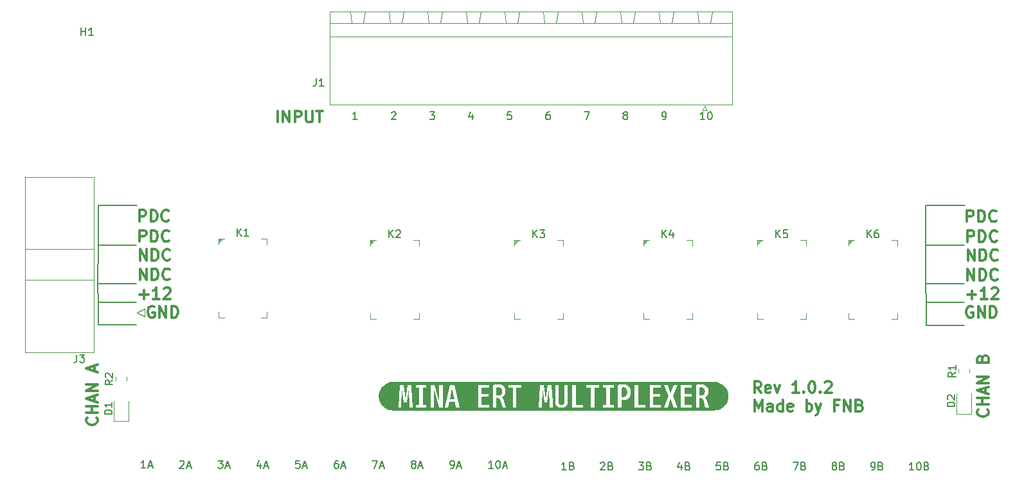
<source format=gbr>
%TF.GenerationSoftware,KiCad,Pcbnew,9.0.6*%
%TF.CreationDate,2026-01-14T11:08:57+01:00*%
%TF.ProjectId,eurocard_mux,6575726f-6361-4726-945f-6d75782e6b69,1.0.2*%
%TF.SameCoordinates,Original*%
%TF.FileFunction,Legend,Top*%
%TF.FilePolarity,Positive*%
%FSLAX46Y46*%
G04 Gerber Fmt 4.6, Leading zero omitted, Abs format (unit mm)*
G04 Created by KiCad (PCBNEW 9.0.6) date 2026-01-14 11:08:57*
%MOMM*%
%LPD*%
G01*
G04 APERTURE LIST*
%ADD10C,0.150000*%
%ADD11C,0.300000*%
%ADD12C,0.120000*%
%ADD13C,0.000000*%
G04 APERTURE END LIST*
D10*
X169000000Y-123000000D02*
X174000000Y-123000000D01*
X169000000Y-120000000D02*
X174000000Y-120000000D01*
X59967201Y-119974418D02*
X59967201Y-122974418D01*
X59960881Y-112429226D02*
X59960881Y-107199416D01*
X59945633Y-117505463D02*
X64967064Y-117505463D01*
X59960881Y-112429226D02*
X59945633Y-117505463D01*
X174025276Y-112454808D02*
X168993680Y-112454808D01*
X168993680Y-112454808D02*
X168993680Y-107224998D01*
X59945633Y-117505463D02*
X59967201Y-119974418D01*
X168993680Y-107224998D02*
X174086265Y-107224998D01*
X168993680Y-112454808D02*
X168978432Y-117531045D01*
X59967201Y-122974418D02*
X64967201Y-122974418D01*
X64992477Y-112429226D02*
X59960881Y-112429226D01*
X168978432Y-117531045D02*
X173999863Y-117531045D01*
X59960881Y-107199416D02*
X65053466Y-107199416D01*
X169000000Y-120000000D02*
X169000000Y-123000000D01*
X168978432Y-117531045D02*
X169000000Y-120000000D01*
X59967201Y-119974418D02*
X64967201Y-119974418D01*
D11*
X65458214Y-117039464D02*
X65458214Y-115539464D01*
X65458214Y-115539464D02*
X66315357Y-117039464D01*
X66315357Y-117039464D02*
X66315357Y-115539464D01*
X67029643Y-117039464D02*
X67029643Y-115539464D01*
X67029643Y-115539464D02*
X67386786Y-115539464D01*
X67386786Y-115539464D02*
X67601072Y-115610893D01*
X67601072Y-115610893D02*
X67743929Y-115753750D01*
X67743929Y-115753750D02*
X67815358Y-115896607D01*
X67815358Y-115896607D02*
X67886786Y-116182321D01*
X67886786Y-116182321D02*
X67886786Y-116396607D01*
X67886786Y-116396607D02*
X67815358Y-116682321D01*
X67815358Y-116682321D02*
X67743929Y-116825178D01*
X67743929Y-116825178D02*
X67601072Y-116968036D01*
X67601072Y-116968036D02*
X67386786Y-117039464D01*
X67386786Y-117039464D02*
X67029643Y-117039464D01*
X69386786Y-116896607D02*
X69315358Y-116968036D01*
X69315358Y-116968036D02*
X69101072Y-117039464D01*
X69101072Y-117039464D02*
X68958215Y-117039464D01*
X68958215Y-117039464D02*
X68743929Y-116968036D01*
X68743929Y-116968036D02*
X68601072Y-116825178D01*
X68601072Y-116825178D02*
X68529643Y-116682321D01*
X68529643Y-116682321D02*
X68458215Y-116396607D01*
X68458215Y-116396607D02*
X68458215Y-116182321D01*
X68458215Y-116182321D02*
X68529643Y-115896607D01*
X68529643Y-115896607D02*
X68601072Y-115753750D01*
X68601072Y-115753750D02*
X68743929Y-115610893D01*
X68743929Y-115610893D02*
X68958215Y-115539464D01*
X68958215Y-115539464D02*
X69101072Y-115539464D01*
X69101072Y-115539464D02*
X69315358Y-115610893D01*
X69315358Y-115610893D02*
X69386786Y-115682321D01*
X147268464Y-131928636D02*
X146768464Y-131214350D01*
X146411321Y-131928636D02*
X146411321Y-130428636D01*
X146411321Y-130428636D02*
X146982750Y-130428636D01*
X146982750Y-130428636D02*
X147125607Y-130500065D01*
X147125607Y-130500065D02*
X147197036Y-130571493D01*
X147197036Y-130571493D02*
X147268464Y-130714350D01*
X147268464Y-130714350D02*
X147268464Y-130928636D01*
X147268464Y-130928636D02*
X147197036Y-131071493D01*
X147197036Y-131071493D02*
X147125607Y-131142922D01*
X147125607Y-131142922D02*
X146982750Y-131214350D01*
X146982750Y-131214350D02*
X146411321Y-131214350D01*
X148482750Y-131857208D02*
X148339893Y-131928636D01*
X148339893Y-131928636D02*
X148054179Y-131928636D01*
X148054179Y-131928636D02*
X147911321Y-131857208D01*
X147911321Y-131857208D02*
X147839893Y-131714350D01*
X147839893Y-131714350D02*
X147839893Y-131142922D01*
X147839893Y-131142922D02*
X147911321Y-131000065D01*
X147911321Y-131000065D02*
X148054179Y-130928636D01*
X148054179Y-130928636D02*
X148339893Y-130928636D01*
X148339893Y-130928636D02*
X148482750Y-131000065D01*
X148482750Y-131000065D02*
X148554179Y-131142922D01*
X148554179Y-131142922D02*
X148554179Y-131285779D01*
X148554179Y-131285779D02*
X147839893Y-131428636D01*
X149054178Y-130928636D02*
X149411321Y-131928636D01*
X149411321Y-131928636D02*
X149768464Y-130928636D01*
X152268464Y-131928636D02*
X151411321Y-131928636D01*
X151839892Y-131928636D02*
X151839892Y-130428636D01*
X151839892Y-130428636D02*
X151697035Y-130642922D01*
X151697035Y-130642922D02*
X151554178Y-130785779D01*
X151554178Y-130785779D02*
X151411321Y-130857208D01*
X152911320Y-131785779D02*
X152982749Y-131857208D01*
X152982749Y-131857208D02*
X152911320Y-131928636D01*
X152911320Y-131928636D02*
X152839892Y-131857208D01*
X152839892Y-131857208D02*
X152911320Y-131785779D01*
X152911320Y-131785779D02*
X152911320Y-131928636D01*
X153911321Y-130428636D02*
X154054178Y-130428636D01*
X154054178Y-130428636D02*
X154197035Y-130500065D01*
X154197035Y-130500065D02*
X154268464Y-130571493D01*
X154268464Y-130571493D02*
X154339892Y-130714350D01*
X154339892Y-130714350D02*
X154411321Y-131000065D01*
X154411321Y-131000065D02*
X154411321Y-131357208D01*
X154411321Y-131357208D02*
X154339892Y-131642922D01*
X154339892Y-131642922D02*
X154268464Y-131785779D01*
X154268464Y-131785779D02*
X154197035Y-131857208D01*
X154197035Y-131857208D02*
X154054178Y-131928636D01*
X154054178Y-131928636D02*
X153911321Y-131928636D01*
X153911321Y-131928636D02*
X153768464Y-131857208D01*
X153768464Y-131857208D02*
X153697035Y-131785779D01*
X153697035Y-131785779D02*
X153625606Y-131642922D01*
X153625606Y-131642922D02*
X153554178Y-131357208D01*
X153554178Y-131357208D02*
X153554178Y-131000065D01*
X153554178Y-131000065D02*
X153625606Y-130714350D01*
X153625606Y-130714350D02*
X153697035Y-130571493D01*
X153697035Y-130571493D02*
X153768464Y-130500065D01*
X153768464Y-130500065D02*
X153911321Y-130428636D01*
X155054177Y-131785779D02*
X155125606Y-131857208D01*
X155125606Y-131857208D02*
X155054177Y-131928636D01*
X155054177Y-131928636D02*
X154982749Y-131857208D01*
X154982749Y-131857208D02*
X155054177Y-131785779D01*
X155054177Y-131785779D02*
X155054177Y-131928636D01*
X155697035Y-130571493D02*
X155768463Y-130500065D01*
X155768463Y-130500065D02*
X155911321Y-130428636D01*
X155911321Y-130428636D02*
X156268463Y-130428636D01*
X156268463Y-130428636D02*
X156411321Y-130500065D01*
X156411321Y-130500065D02*
X156482749Y-130571493D01*
X156482749Y-130571493D02*
X156554178Y-130714350D01*
X156554178Y-130714350D02*
X156554178Y-130857208D01*
X156554178Y-130857208D02*
X156482749Y-131071493D01*
X156482749Y-131071493D02*
X155625606Y-131928636D01*
X155625606Y-131928636D02*
X156554178Y-131928636D01*
X146411321Y-134343552D02*
X146411321Y-132843552D01*
X146411321Y-132843552D02*
X146911321Y-133914981D01*
X146911321Y-133914981D02*
X147411321Y-132843552D01*
X147411321Y-132843552D02*
X147411321Y-134343552D01*
X148768465Y-134343552D02*
X148768465Y-133557838D01*
X148768465Y-133557838D02*
X148697036Y-133414981D01*
X148697036Y-133414981D02*
X148554179Y-133343552D01*
X148554179Y-133343552D02*
X148268465Y-133343552D01*
X148268465Y-133343552D02*
X148125607Y-133414981D01*
X148768465Y-134272124D02*
X148625607Y-134343552D01*
X148625607Y-134343552D02*
X148268465Y-134343552D01*
X148268465Y-134343552D02*
X148125607Y-134272124D01*
X148125607Y-134272124D02*
X148054179Y-134129266D01*
X148054179Y-134129266D02*
X148054179Y-133986409D01*
X148054179Y-133986409D02*
X148125607Y-133843552D01*
X148125607Y-133843552D02*
X148268465Y-133772124D01*
X148268465Y-133772124D02*
X148625607Y-133772124D01*
X148625607Y-133772124D02*
X148768465Y-133700695D01*
X150125608Y-134343552D02*
X150125608Y-132843552D01*
X150125608Y-134272124D02*
X149982750Y-134343552D01*
X149982750Y-134343552D02*
X149697036Y-134343552D01*
X149697036Y-134343552D02*
X149554179Y-134272124D01*
X149554179Y-134272124D02*
X149482750Y-134200695D01*
X149482750Y-134200695D02*
X149411322Y-134057838D01*
X149411322Y-134057838D02*
X149411322Y-133629266D01*
X149411322Y-133629266D02*
X149482750Y-133486409D01*
X149482750Y-133486409D02*
X149554179Y-133414981D01*
X149554179Y-133414981D02*
X149697036Y-133343552D01*
X149697036Y-133343552D02*
X149982750Y-133343552D01*
X149982750Y-133343552D02*
X150125608Y-133414981D01*
X151411322Y-134272124D02*
X151268465Y-134343552D01*
X151268465Y-134343552D02*
X150982751Y-134343552D01*
X150982751Y-134343552D02*
X150839893Y-134272124D01*
X150839893Y-134272124D02*
X150768465Y-134129266D01*
X150768465Y-134129266D02*
X150768465Y-133557838D01*
X150768465Y-133557838D02*
X150839893Y-133414981D01*
X150839893Y-133414981D02*
X150982751Y-133343552D01*
X150982751Y-133343552D02*
X151268465Y-133343552D01*
X151268465Y-133343552D02*
X151411322Y-133414981D01*
X151411322Y-133414981D02*
X151482751Y-133557838D01*
X151482751Y-133557838D02*
X151482751Y-133700695D01*
X151482751Y-133700695D02*
X150768465Y-133843552D01*
X153268464Y-134343552D02*
X153268464Y-132843552D01*
X153268464Y-133414981D02*
X153411322Y-133343552D01*
X153411322Y-133343552D02*
X153697036Y-133343552D01*
X153697036Y-133343552D02*
X153839893Y-133414981D01*
X153839893Y-133414981D02*
X153911322Y-133486409D01*
X153911322Y-133486409D02*
X153982750Y-133629266D01*
X153982750Y-133629266D02*
X153982750Y-134057838D01*
X153982750Y-134057838D02*
X153911322Y-134200695D01*
X153911322Y-134200695D02*
X153839893Y-134272124D01*
X153839893Y-134272124D02*
X153697036Y-134343552D01*
X153697036Y-134343552D02*
X153411322Y-134343552D01*
X153411322Y-134343552D02*
X153268464Y-134272124D01*
X154482750Y-133343552D02*
X154839893Y-134343552D01*
X155197036Y-133343552D02*
X154839893Y-134343552D01*
X154839893Y-134343552D02*
X154697036Y-134700695D01*
X154697036Y-134700695D02*
X154625607Y-134772124D01*
X154625607Y-134772124D02*
X154482750Y-134843552D01*
X157411321Y-133557838D02*
X156911321Y-133557838D01*
X156911321Y-134343552D02*
X156911321Y-132843552D01*
X156911321Y-132843552D02*
X157625607Y-132843552D01*
X158197035Y-134343552D02*
X158197035Y-132843552D01*
X158197035Y-132843552D02*
X159054178Y-134343552D01*
X159054178Y-134343552D02*
X159054178Y-132843552D01*
X160268464Y-133557838D02*
X160482750Y-133629266D01*
X160482750Y-133629266D02*
X160554179Y-133700695D01*
X160554179Y-133700695D02*
X160625607Y-133843552D01*
X160625607Y-133843552D02*
X160625607Y-134057838D01*
X160625607Y-134057838D02*
X160554179Y-134200695D01*
X160554179Y-134200695D02*
X160482750Y-134272124D01*
X160482750Y-134272124D02*
X160339893Y-134343552D01*
X160339893Y-134343552D02*
X159768464Y-134343552D01*
X159768464Y-134343552D02*
X159768464Y-132843552D01*
X159768464Y-132843552D02*
X160268464Y-132843552D01*
X160268464Y-132843552D02*
X160411322Y-132914981D01*
X160411322Y-132914981D02*
X160482750Y-132986409D01*
X160482750Y-132986409D02*
X160554179Y-133129266D01*
X160554179Y-133129266D02*
X160554179Y-133272124D01*
X160554179Y-133272124D02*
X160482750Y-133414981D01*
X160482750Y-133414981D02*
X160411322Y-133486409D01*
X160411322Y-133486409D02*
X160268464Y-133557838D01*
X160268464Y-133557838D02*
X159768464Y-133557838D01*
D10*
X66203854Y-141839324D02*
X65632426Y-141839324D01*
X65918140Y-141839324D02*
X65918140Y-140839324D01*
X65918140Y-140839324D02*
X65822902Y-140982181D01*
X65822902Y-140982181D02*
X65727664Y-141077419D01*
X65727664Y-141077419D02*
X65632426Y-141125038D01*
X66584807Y-141553609D02*
X67060997Y-141553609D01*
X66489569Y-141839324D02*
X66822902Y-140839324D01*
X66822902Y-140839324D02*
X67156235Y-141839324D01*
X106410193Y-141869819D02*
X106600669Y-141869819D01*
X106600669Y-141869819D02*
X106695907Y-141822200D01*
X106695907Y-141822200D02*
X106743526Y-141774580D01*
X106743526Y-141774580D02*
X106838764Y-141631723D01*
X106838764Y-141631723D02*
X106886383Y-141441247D01*
X106886383Y-141441247D02*
X106886383Y-141060295D01*
X106886383Y-141060295D02*
X106838764Y-140965057D01*
X106838764Y-140965057D02*
X106791145Y-140917438D01*
X106791145Y-140917438D02*
X106695907Y-140869819D01*
X106695907Y-140869819D02*
X106505431Y-140869819D01*
X106505431Y-140869819D02*
X106410193Y-140917438D01*
X106410193Y-140917438D02*
X106362574Y-140965057D01*
X106362574Y-140965057D02*
X106314955Y-141060295D01*
X106314955Y-141060295D02*
X106314955Y-141298390D01*
X106314955Y-141298390D02*
X106362574Y-141393628D01*
X106362574Y-141393628D02*
X106410193Y-141441247D01*
X106410193Y-141441247D02*
X106505431Y-141488866D01*
X106505431Y-141488866D02*
X106695907Y-141488866D01*
X106695907Y-141488866D02*
X106791145Y-141441247D01*
X106791145Y-141441247D02*
X106838764Y-141393628D01*
X106838764Y-141393628D02*
X106886383Y-141298390D01*
X107267336Y-141584104D02*
X107743526Y-141584104D01*
X107172098Y-141869819D02*
X107505431Y-140869819D01*
X107505431Y-140869819D02*
X107838764Y-141869819D01*
X103644328Y-94869819D02*
X104263375Y-94869819D01*
X104263375Y-94869819D02*
X103930042Y-95250771D01*
X103930042Y-95250771D02*
X104072899Y-95250771D01*
X104072899Y-95250771D02*
X104168137Y-95298390D01*
X104168137Y-95298390D02*
X104215756Y-95346009D01*
X104215756Y-95346009D02*
X104263375Y-95441247D01*
X104263375Y-95441247D02*
X104263375Y-95679342D01*
X104263375Y-95679342D02*
X104215756Y-95774580D01*
X104215756Y-95774580D02*
X104168137Y-95822200D01*
X104168137Y-95822200D02*
X104072899Y-95869819D01*
X104072899Y-95869819D02*
X103787185Y-95869819D01*
X103787185Y-95869819D02*
X103691947Y-95822200D01*
X103691947Y-95822200D02*
X103644328Y-95774580D01*
D11*
X174508768Y-114502201D02*
X174508768Y-113002201D01*
X174508768Y-113002201D02*
X175365911Y-114502201D01*
X175365911Y-114502201D02*
X175365911Y-113002201D01*
X176080197Y-114502201D02*
X176080197Y-113002201D01*
X176080197Y-113002201D02*
X176437340Y-113002201D01*
X176437340Y-113002201D02*
X176651626Y-113073630D01*
X176651626Y-113073630D02*
X176794483Y-113216487D01*
X176794483Y-113216487D02*
X176865912Y-113359344D01*
X176865912Y-113359344D02*
X176937340Y-113645058D01*
X176937340Y-113645058D02*
X176937340Y-113859344D01*
X176937340Y-113859344D02*
X176865912Y-114145058D01*
X176865912Y-114145058D02*
X176794483Y-114287915D01*
X176794483Y-114287915D02*
X176651626Y-114430773D01*
X176651626Y-114430773D02*
X176437340Y-114502201D01*
X176437340Y-114502201D02*
X176080197Y-114502201D01*
X178437340Y-114359344D02*
X178365912Y-114430773D01*
X178365912Y-114430773D02*
X178151626Y-114502201D01*
X178151626Y-114502201D02*
X178008769Y-114502201D01*
X178008769Y-114502201D02*
X177794483Y-114430773D01*
X177794483Y-114430773D02*
X177651626Y-114287915D01*
X177651626Y-114287915D02*
X177580197Y-114145058D01*
X177580197Y-114145058D02*
X177508769Y-113859344D01*
X177508769Y-113859344D02*
X177508769Y-113645058D01*
X177508769Y-113645058D02*
X177580197Y-113359344D01*
X177580197Y-113359344D02*
X177651626Y-113216487D01*
X177651626Y-113216487D02*
X177794483Y-113073630D01*
X177794483Y-113073630D02*
X178008769Y-113002201D01*
X178008769Y-113002201D02*
X178151626Y-113002201D01*
X178151626Y-113002201D02*
X178365912Y-113073630D01*
X178365912Y-113073630D02*
X178437340Y-113145058D01*
X83579257Y-96223556D02*
X83579257Y-94723556D01*
X84293543Y-96223556D02*
X84293543Y-94723556D01*
X84293543Y-94723556D02*
X85150686Y-96223556D01*
X85150686Y-96223556D02*
X85150686Y-94723556D01*
X85864972Y-96223556D02*
X85864972Y-94723556D01*
X85864972Y-94723556D02*
X86436401Y-94723556D01*
X86436401Y-94723556D02*
X86579258Y-94794985D01*
X86579258Y-94794985D02*
X86650687Y-94866413D01*
X86650687Y-94866413D02*
X86722115Y-95009270D01*
X86722115Y-95009270D02*
X86722115Y-95223556D01*
X86722115Y-95223556D02*
X86650687Y-95366413D01*
X86650687Y-95366413D02*
X86579258Y-95437842D01*
X86579258Y-95437842D02*
X86436401Y-95509270D01*
X86436401Y-95509270D02*
X85864972Y-95509270D01*
X87364972Y-94723556D02*
X87364972Y-95937842D01*
X87364972Y-95937842D02*
X87436401Y-96080699D01*
X87436401Y-96080699D02*
X87507830Y-96152128D01*
X87507830Y-96152128D02*
X87650687Y-96223556D01*
X87650687Y-96223556D02*
X87936401Y-96223556D01*
X87936401Y-96223556D02*
X88079258Y-96152128D01*
X88079258Y-96152128D02*
X88150687Y-96080699D01*
X88150687Y-96080699D02*
X88222115Y-95937842D01*
X88222115Y-95937842D02*
X88222115Y-94723556D01*
X88722116Y-94723556D02*
X89579259Y-94723556D01*
X89150687Y-96223556D02*
X89150687Y-94723556D01*
D10*
X146945601Y-141097926D02*
X146755125Y-141097926D01*
X146755125Y-141097926D02*
X146659887Y-141145545D01*
X146659887Y-141145545D02*
X146612268Y-141193164D01*
X146612268Y-141193164D02*
X146517030Y-141336021D01*
X146517030Y-141336021D02*
X146469411Y-141526497D01*
X146469411Y-141526497D02*
X146469411Y-141907449D01*
X146469411Y-141907449D02*
X146517030Y-142002687D01*
X146517030Y-142002687D02*
X146564649Y-142050307D01*
X146564649Y-142050307D02*
X146659887Y-142097926D01*
X146659887Y-142097926D02*
X146850363Y-142097926D01*
X146850363Y-142097926D02*
X146945601Y-142050307D01*
X146945601Y-142050307D02*
X146993220Y-142002687D01*
X146993220Y-142002687D02*
X147040839Y-141907449D01*
X147040839Y-141907449D02*
X147040839Y-141669354D01*
X147040839Y-141669354D02*
X146993220Y-141574116D01*
X146993220Y-141574116D02*
X146945601Y-141526497D01*
X146945601Y-141526497D02*
X146850363Y-141478878D01*
X146850363Y-141478878D02*
X146659887Y-141478878D01*
X146659887Y-141478878D02*
X146564649Y-141526497D01*
X146564649Y-141526497D02*
X146517030Y-141574116D01*
X146517030Y-141574116D02*
X146469411Y-141669354D01*
X147802744Y-141574116D02*
X147945601Y-141621735D01*
X147945601Y-141621735D02*
X147993220Y-141669354D01*
X147993220Y-141669354D02*
X148040839Y-141764592D01*
X148040839Y-141764592D02*
X148040839Y-141907449D01*
X148040839Y-141907449D02*
X147993220Y-142002687D01*
X147993220Y-142002687D02*
X147945601Y-142050307D01*
X147945601Y-142050307D02*
X147850363Y-142097926D01*
X147850363Y-142097926D02*
X147469411Y-142097926D01*
X147469411Y-142097926D02*
X147469411Y-141097926D01*
X147469411Y-141097926D02*
X147802744Y-141097926D01*
X147802744Y-141097926D02*
X147897982Y-141145545D01*
X147897982Y-141145545D02*
X147945601Y-141193164D01*
X147945601Y-141193164D02*
X147993220Y-141288402D01*
X147993220Y-141288402D02*
X147993220Y-141383640D01*
X147993220Y-141383640D02*
X147945601Y-141478878D01*
X147945601Y-141478878D02*
X147897982Y-141526497D01*
X147897982Y-141526497D02*
X147802744Y-141574116D01*
X147802744Y-141574116D02*
X147469411Y-141574116D01*
D11*
X65423908Y-118972398D02*
X66566766Y-118972398D01*
X65995337Y-119543826D02*
X65995337Y-118400969D01*
X68066766Y-119543826D02*
X67209623Y-119543826D01*
X67638194Y-119543826D02*
X67638194Y-118043826D01*
X67638194Y-118043826D02*
X67495337Y-118258112D01*
X67495337Y-118258112D02*
X67352480Y-118400969D01*
X67352480Y-118400969D02*
X67209623Y-118472398D01*
X68638194Y-118186683D02*
X68709622Y-118115255D01*
X68709622Y-118115255D02*
X68852480Y-118043826D01*
X68852480Y-118043826D02*
X69209622Y-118043826D01*
X69209622Y-118043826D02*
X69352480Y-118115255D01*
X69352480Y-118115255D02*
X69423908Y-118186683D01*
X69423908Y-118186683D02*
X69495337Y-118329540D01*
X69495337Y-118329540D02*
X69495337Y-118472398D01*
X69495337Y-118472398D02*
X69423908Y-118686683D01*
X69423908Y-118686683D02*
X68566765Y-119543826D01*
X68566765Y-119543826D02*
X69495337Y-119543826D01*
D10*
X139860588Y-95869819D02*
X139289160Y-95869819D01*
X139574874Y-95869819D02*
X139574874Y-94869819D01*
X139574874Y-94869819D02*
X139479636Y-95012676D01*
X139479636Y-95012676D02*
X139384398Y-95107914D01*
X139384398Y-95107914D02*
X139289160Y-95155533D01*
X140479636Y-94869819D02*
X140574874Y-94869819D01*
X140574874Y-94869819D02*
X140670112Y-94917438D01*
X140670112Y-94917438D02*
X140717731Y-94965057D01*
X140717731Y-94965057D02*
X140765350Y-95060295D01*
X140765350Y-95060295D02*
X140812969Y-95250771D01*
X140812969Y-95250771D02*
X140812969Y-95488866D01*
X140812969Y-95488866D02*
X140765350Y-95679342D01*
X140765350Y-95679342D02*
X140717731Y-95774580D01*
X140717731Y-95774580D02*
X140670112Y-95822200D01*
X140670112Y-95822200D02*
X140574874Y-95869819D01*
X140574874Y-95869819D02*
X140479636Y-95869819D01*
X140479636Y-95869819D02*
X140384398Y-95822200D01*
X140384398Y-95822200D02*
X140336779Y-95774580D01*
X140336779Y-95774580D02*
X140289160Y-95679342D01*
X140289160Y-95679342D02*
X140241541Y-95488866D01*
X140241541Y-95488866D02*
X140241541Y-95250771D01*
X140241541Y-95250771D02*
X140289160Y-95060295D01*
X140289160Y-95060295D02*
X140336779Y-94965057D01*
X140336779Y-94965057D02*
X140384398Y-94917438D01*
X140384398Y-94917438D02*
X140479636Y-94869819D01*
X81364564Y-141203152D02*
X81364564Y-141869819D01*
X81126469Y-140822200D02*
X80888374Y-141536485D01*
X80888374Y-141536485D02*
X81507421Y-141536485D01*
X81840755Y-141584104D02*
X82316945Y-141584104D01*
X81745517Y-141869819D02*
X82078850Y-140869819D01*
X82078850Y-140869819D02*
X82412183Y-141869819D01*
X111971699Y-141869819D02*
X111400271Y-141869819D01*
X111685985Y-141869819D02*
X111685985Y-140869819D01*
X111685985Y-140869819D02*
X111590747Y-141012676D01*
X111590747Y-141012676D02*
X111495509Y-141107914D01*
X111495509Y-141107914D02*
X111400271Y-141155533D01*
X112590747Y-140869819D02*
X112685985Y-140869819D01*
X112685985Y-140869819D02*
X112781223Y-140917438D01*
X112781223Y-140917438D02*
X112828842Y-140965057D01*
X112828842Y-140965057D02*
X112876461Y-141060295D01*
X112876461Y-141060295D02*
X112924080Y-141250771D01*
X112924080Y-141250771D02*
X112924080Y-141488866D01*
X112924080Y-141488866D02*
X112876461Y-141679342D01*
X112876461Y-141679342D02*
X112828842Y-141774580D01*
X112828842Y-141774580D02*
X112781223Y-141822200D01*
X112781223Y-141822200D02*
X112685985Y-141869819D01*
X112685985Y-141869819D02*
X112590747Y-141869819D01*
X112590747Y-141869819D02*
X112495509Y-141822200D01*
X112495509Y-141822200D02*
X112447890Y-141774580D01*
X112447890Y-141774580D02*
X112400271Y-141679342D01*
X112400271Y-141679342D02*
X112352652Y-141488866D01*
X112352652Y-141488866D02*
X112352652Y-141250771D01*
X112352652Y-141250771D02*
X112400271Y-141060295D01*
X112400271Y-141060295D02*
X112447890Y-140965057D01*
X112447890Y-140965057D02*
X112495509Y-140917438D01*
X112495509Y-140917438D02*
X112590747Y-140869819D01*
X113305033Y-141584104D02*
X113781223Y-141584104D01*
X113209795Y-141869819D02*
X113543128Y-140869819D01*
X113543128Y-140869819D02*
X113876461Y-141869819D01*
D11*
X174491013Y-117065046D02*
X174491013Y-115565046D01*
X174491013Y-115565046D02*
X175348156Y-117065046D01*
X175348156Y-117065046D02*
X175348156Y-115565046D01*
X176062442Y-117065046D02*
X176062442Y-115565046D01*
X176062442Y-115565046D02*
X176419585Y-115565046D01*
X176419585Y-115565046D02*
X176633871Y-115636475D01*
X176633871Y-115636475D02*
X176776728Y-115779332D01*
X176776728Y-115779332D02*
X176848157Y-115922189D01*
X176848157Y-115922189D02*
X176919585Y-116207903D01*
X176919585Y-116207903D02*
X176919585Y-116422189D01*
X176919585Y-116422189D02*
X176848157Y-116707903D01*
X176848157Y-116707903D02*
X176776728Y-116850760D01*
X176776728Y-116850760D02*
X176633871Y-116993618D01*
X176633871Y-116993618D02*
X176419585Y-117065046D01*
X176419585Y-117065046D02*
X176062442Y-117065046D01*
X178419585Y-116922189D02*
X178348157Y-116993618D01*
X178348157Y-116993618D02*
X178133871Y-117065046D01*
X178133871Y-117065046D02*
X177991014Y-117065046D01*
X177991014Y-117065046D02*
X177776728Y-116993618D01*
X177776728Y-116993618D02*
X177633871Y-116850760D01*
X177633871Y-116850760D02*
X177562442Y-116707903D01*
X177562442Y-116707903D02*
X177491014Y-116422189D01*
X177491014Y-116422189D02*
X177491014Y-116207903D01*
X177491014Y-116207903D02*
X177562442Y-115922189D01*
X177562442Y-115922189D02*
X177633871Y-115779332D01*
X177633871Y-115779332D02*
X177776728Y-115636475D01*
X177776728Y-115636475D02*
X177991014Y-115565046D01*
X177991014Y-115565046D02*
X178133871Y-115565046D01*
X178133871Y-115565046D02*
X178348157Y-115636475D01*
X178348157Y-115636475D02*
X178419585Y-115707903D01*
D10*
X167382103Y-142097926D02*
X166810675Y-142097926D01*
X167096389Y-142097926D02*
X167096389Y-141097926D01*
X167096389Y-141097926D02*
X167001151Y-141240783D01*
X167001151Y-141240783D02*
X166905913Y-141336021D01*
X166905913Y-141336021D02*
X166810675Y-141383640D01*
X168001151Y-141097926D02*
X168096389Y-141097926D01*
X168096389Y-141097926D02*
X168191627Y-141145545D01*
X168191627Y-141145545D02*
X168239246Y-141193164D01*
X168239246Y-141193164D02*
X168286865Y-141288402D01*
X168286865Y-141288402D02*
X168334484Y-141478878D01*
X168334484Y-141478878D02*
X168334484Y-141716973D01*
X168334484Y-141716973D02*
X168286865Y-141907449D01*
X168286865Y-141907449D02*
X168239246Y-142002687D01*
X168239246Y-142002687D02*
X168191627Y-142050307D01*
X168191627Y-142050307D02*
X168096389Y-142097926D01*
X168096389Y-142097926D02*
X168001151Y-142097926D01*
X168001151Y-142097926D02*
X167905913Y-142050307D01*
X167905913Y-142050307D02*
X167858294Y-142002687D01*
X167858294Y-142002687D02*
X167810675Y-141907449D01*
X167810675Y-141907449D02*
X167763056Y-141716973D01*
X167763056Y-141716973D02*
X167763056Y-141478878D01*
X167763056Y-141478878D02*
X167810675Y-141288402D01*
X167810675Y-141288402D02*
X167858294Y-141193164D01*
X167858294Y-141193164D02*
X167905913Y-141145545D01*
X167905913Y-141145545D02*
X168001151Y-141097926D01*
X169096389Y-141574116D02*
X169239246Y-141621735D01*
X169239246Y-141621735D02*
X169286865Y-141669354D01*
X169286865Y-141669354D02*
X169334484Y-141764592D01*
X169334484Y-141764592D02*
X169334484Y-141907449D01*
X169334484Y-141907449D02*
X169286865Y-142002687D01*
X169286865Y-142002687D02*
X169239246Y-142050307D01*
X169239246Y-142050307D02*
X169144008Y-142097926D01*
X169144008Y-142097926D02*
X168763056Y-142097926D01*
X168763056Y-142097926D02*
X168763056Y-141097926D01*
X168763056Y-141097926D02*
X169096389Y-141097926D01*
X169096389Y-141097926D02*
X169191627Y-141145545D01*
X169191627Y-141145545D02*
X169239246Y-141193164D01*
X169239246Y-141193164D02*
X169286865Y-141288402D01*
X169286865Y-141288402D02*
X169286865Y-141383640D01*
X169286865Y-141383640D02*
X169239246Y-141478878D01*
X169239246Y-141478878D02*
X169191627Y-141526497D01*
X169191627Y-141526497D02*
X169096389Y-141574116D01*
X169096389Y-141574116D02*
X168763056Y-141574116D01*
D11*
X174479578Y-111996433D02*
X174479578Y-110496433D01*
X174479578Y-110496433D02*
X175051007Y-110496433D01*
X175051007Y-110496433D02*
X175193864Y-110567862D01*
X175193864Y-110567862D02*
X175265293Y-110639290D01*
X175265293Y-110639290D02*
X175336721Y-110782147D01*
X175336721Y-110782147D02*
X175336721Y-110996433D01*
X175336721Y-110996433D02*
X175265293Y-111139290D01*
X175265293Y-111139290D02*
X175193864Y-111210719D01*
X175193864Y-111210719D02*
X175051007Y-111282147D01*
X175051007Y-111282147D02*
X174479578Y-111282147D01*
X175979578Y-111996433D02*
X175979578Y-110496433D01*
X175979578Y-110496433D02*
X176336721Y-110496433D01*
X176336721Y-110496433D02*
X176551007Y-110567862D01*
X176551007Y-110567862D02*
X176693864Y-110710719D01*
X176693864Y-110710719D02*
X176765293Y-110853576D01*
X176765293Y-110853576D02*
X176836721Y-111139290D01*
X176836721Y-111139290D02*
X176836721Y-111353576D01*
X176836721Y-111353576D02*
X176765293Y-111639290D01*
X176765293Y-111639290D02*
X176693864Y-111782147D01*
X176693864Y-111782147D02*
X176551007Y-111925005D01*
X176551007Y-111925005D02*
X176336721Y-111996433D01*
X176336721Y-111996433D02*
X175979578Y-111996433D01*
X178336721Y-111853576D02*
X178265293Y-111925005D01*
X178265293Y-111925005D02*
X178051007Y-111996433D01*
X178051007Y-111996433D02*
X177908150Y-111996433D01*
X177908150Y-111996433D02*
X177693864Y-111925005D01*
X177693864Y-111925005D02*
X177551007Y-111782147D01*
X177551007Y-111782147D02*
X177479578Y-111639290D01*
X177479578Y-111639290D02*
X177408150Y-111353576D01*
X177408150Y-111353576D02*
X177408150Y-111139290D01*
X177408150Y-111139290D02*
X177479578Y-110853576D01*
X177479578Y-110853576D02*
X177551007Y-110710719D01*
X177551007Y-110710719D02*
X177693864Y-110567862D01*
X177693864Y-110567862D02*
X177908150Y-110496433D01*
X177908150Y-110496433D02*
X178051007Y-110496433D01*
X178051007Y-110496433D02*
X178265293Y-110567862D01*
X178265293Y-110567862D02*
X178336721Y-110639290D01*
D10*
X151507108Y-141097926D02*
X152173774Y-141097926D01*
X152173774Y-141097926D02*
X151745203Y-142097926D01*
X152888060Y-141574116D02*
X153030917Y-141621735D01*
X153030917Y-141621735D02*
X153078536Y-141669354D01*
X153078536Y-141669354D02*
X153126155Y-141764592D01*
X153126155Y-141764592D02*
X153126155Y-141907449D01*
X153126155Y-141907449D02*
X153078536Y-142002687D01*
X153078536Y-142002687D02*
X153030917Y-142050307D01*
X153030917Y-142050307D02*
X152935679Y-142097926D01*
X152935679Y-142097926D02*
X152554727Y-142097926D01*
X152554727Y-142097926D02*
X152554727Y-141097926D01*
X152554727Y-141097926D02*
X152888060Y-141097926D01*
X152888060Y-141097926D02*
X152983298Y-141145545D01*
X152983298Y-141145545D02*
X153030917Y-141193164D01*
X153030917Y-141193164D02*
X153078536Y-141288402D01*
X153078536Y-141288402D02*
X153078536Y-141383640D01*
X153078536Y-141383640D02*
X153030917Y-141478878D01*
X153030917Y-141478878D02*
X152983298Y-141526497D01*
X152983298Y-141526497D02*
X152888060Y-141574116D01*
X152888060Y-141574116D02*
X152554727Y-141574116D01*
X136774968Y-141431259D02*
X136774968Y-142097926D01*
X136536873Y-141050307D02*
X136298778Y-141764592D01*
X136298778Y-141764592D02*
X136917825Y-141764592D01*
X137632111Y-141574116D02*
X137774968Y-141621735D01*
X137774968Y-141621735D02*
X137822587Y-141669354D01*
X137822587Y-141669354D02*
X137870206Y-141764592D01*
X137870206Y-141764592D02*
X137870206Y-141907449D01*
X137870206Y-141907449D02*
X137822587Y-142002687D01*
X137822587Y-142002687D02*
X137774968Y-142050307D01*
X137774968Y-142050307D02*
X137679730Y-142097926D01*
X137679730Y-142097926D02*
X137298778Y-142097926D01*
X137298778Y-142097926D02*
X137298778Y-141097926D01*
X137298778Y-141097926D02*
X137632111Y-141097926D01*
X137632111Y-141097926D02*
X137727349Y-141145545D01*
X137727349Y-141145545D02*
X137774968Y-141193164D01*
X137774968Y-141193164D02*
X137822587Y-141288402D01*
X137822587Y-141288402D02*
X137822587Y-141383640D01*
X137822587Y-141383640D02*
X137774968Y-141478878D01*
X137774968Y-141478878D02*
X137727349Y-141526497D01*
X137727349Y-141526497D02*
X137632111Y-141574116D01*
X137632111Y-141574116D02*
X137298778Y-141574116D01*
X121614258Y-142067431D02*
X121042830Y-142067431D01*
X121328544Y-142067431D02*
X121328544Y-141067431D01*
X121328544Y-141067431D02*
X121233306Y-141210288D01*
X121233306Y-141210288D02*
X121138068Y-141305526D01*
X121138068Y-141305526D02*
X121042830Y-141353145D01*
X122376163Y-141543621D02*
X122519020Y-141591240D01*
X122519020Y-141591240D02*
X122566639Y-141638859D01*
X122566639Y-141638859D02*
X122614258Y-141734097D01*
X122614258Y-141734097D02*
X122614258Y-141876954D01*
X122614258Y-141876954D02*
X122566639Y-141972192D01*
X122566639Y-141972192D02*
X122519020Y-142019812D01*
X122519020Y-142019812D02*
X122423782Y-142067431D01*
X122423782Y-142067431D02*
X122042830Y-142067431D01*
X122042830Y-142067431D02*
X122042830Y-141067431D01*
X122042830Y-141067431D02*
X122376163Y-141067431D01*
X122376163Y-141067431D02*
X122471401Y-141115050D01*
X122471401Y-141115050D02*
X122519020Y-141162669D01*
X122519020Y-141162669D02*
X122566639Y-141257907D01*
X122566639Y-141257907D02*
X122566639Y-141353145D01*
X122566639Y-141353145D02*
X122519020Y-141448383D01*
X122519020Y-141448383D02*
X122471401Y-141496002D01*
X122471401Y-141496002D02*
X122376163Y-141543621D01*
X122376163Y-141543621D02*
X122042830Y-141543621D01*
D11*
X175150938Y-120583109D02*
X175008081Y-120511680D01*
X175008081Y-120511680D02*
X174793795Y-120511680D01*
X174793795Y-120511680D02*
X174579509Y-120583109D01*
X174579509Y-120583109D02*
X174436652Y-120725966D01*
X174436652Y-120725966D02*
X174365223Y-120868823D01*
X174365223Y-120868823D02*
X174293795Y-121154537D01*
X174293795Y-121154537D02*
X174293795Y-121368823D01*
X174293795Y-121368823D02*
X174365223Y-121654537D01*
X174365223Y-121654537D02*
X174436652Y-121797394D01*
X174436652Y-121797394D02*
X174579509Y-121940252D01*
X174579509Y-121940252D02*
X174793795Y-122011680D01*
X174793795Y-122011680D02*
X174936652Y-122011680D01*
X174936652Y-122011680D02*
X175150938Y-121940252D01*
X175150938Y-121940252D02*
X175222366Y-121868823D01*
X175222366Y-121868823D02*
X175222366Y-121368823D01*
X175222366Y-121368823D02*
X174936652Y-121368823D01*
X175865223Y-122011680D02*
X175865223Y-120511680D01*
X175865223Y-120511680D02*
X176722366Y-122011680D01*
X176722366Y-122011680D02*
X176722366Y-120511680D01*
X177436652Y-122011680D02*
X177436652Y-120511680D01*
X177436652Y-120511680D02*
X177793795Y-120511680D01*
X177793795Y-120511680D02*
X178008081Y-120583109D01*
X178008081Y-120583109D02*
X178150938Y-120725966D01*
X178150938Y-120725966D02*
X178222367Y-120868823D01*
X178222367Y-120868823D02*
X178293795Y-121154537D01*
X178293795Y-121154537D02*
X178293795Y-121368823D01*
X178293795Y-121368823D02*
X178222367Y-121654537D01*
X178222367Y-121654537D02*
X178150938Y-121797394D01*
X178150938Y-121797394D02*
X178008081Y-121940252D01*
X178008081Y-121940252D02*
X177793795Y-122011680D01*
X177793795Y-122011680D02*
X177436652Y-122011680D01*
D10*
X119424086Y-94869819D02*
X119233610Y-94869819D01*
X119233610Y-94869819D02*
X119138372Y-94917438D01*
X119138372Y-94917438D02*
X119090753Y-94965057D01*
X119090753Y-94965057D02*
X118995515Y-95107914D01*
X118995515Y-95107914D02*
X118947896Y-95298390D01*
X118947896Y-95298390D02*
X118947896Y-95679342D01*
X118947896Y-95679342D02*
X118995515Y-95774580D01*
X118995515Y-95774580D02*
X119043134Y-95822200D01*
X119043134Y-95822200D02*
X119138372Y-95869819D01*
X119138372Y-95869819D02*
X119328848Y-95869819D01*
X119328848Y-95869819D02*
X119424086Y-95822200D01*
X119424086Y-95822200D02*
X119471705Y-95774580D01*
X119471705Y-95774580D02*
X119519324Y-95679342D01*
X119519324Y-95679342D02*
X119519324Y-95441247D01*
X119519324Y-95441247D02*
X119471705Y-95346009D01*
X119471705Y-95346009D02*
X119424086Y-95298390D01*
X119424086Y-95298390D02*
X119328848Y-95250771D01*
X119328848Y-95250771D02*
X119138372Y-95250771D01*
X119138372Y-95250771D02*
X119043134Y-95298390D01*
X119043134Y-95298390D02*
X118995515Y-95346009D01*
X118995515Y-95346009D02*
X118947896Y-95441247D01*
D11*
X65475969Y-114476619D02*
X65475969Y-112976619D01*
X65475969Y-112976619D02*
X66333112Y-114476619D01*
X66333112Y-114476619D02*
X66333112Y-112976619D01*
X67047398Y-114476619D02*
X67047398Y-112976619D01*
X67047398Y-112976619D02*
X67404541Y-112976619D01*
X67404541Y-112976619D02*
X67618827Y-113048048D01*
X67618827Y-113048048D02*
X67761684Y-113190905D01*
X67761684Y-113190905D02*
X67833113Y-113333762D01*
X67833113Y-113333762D02*
X67904541Y-113619476D01*
X67904541Y-113619476D02*
X67904541Y-113833762D01*
X67904541Y-113833762D02*
X67833113Y-114119476D01*
X67833113Y-114119476D02*
X67761684Y-114262333D01*
X67761684Y-114262333D02*
X67618827Y-114405191D01*
X67618827Y-114405191D02*
X67404541Y-114476619D01*
X67404541Y-114476619D02*
X67047398Y-114476619D01*
X69404541Y-114333762D02*
X69333113Y-114405191D01*
X69333113Y-114405191D02*
X69118827Y-114476619D01*
X69118827Y-114476619D02*
X68975970Y-114476619D01*
X68975970Y-114476619D02*
X68761684Y-114405191D01*
X68761684Y-114405191D02*
X68618827Y-114262333D01*
X68618827Y-114262333D02*
X68547398Y-114119476D01*
X68547398Y-114119476D02*
X68475970Y-113833762D01*
X68475970Y-113833762D02*
X68475970Y-113619476D01*
X68475970Y-113619476D02*
X68547398Y-113333762D01*
X68547398Y-113333762D02*
X68618827Y-113190905D01*
X68618827Y-113190905D02*
X68761684Y-113048048D01*
X68761684Y-113048048D02*
X68975970Y-112976619D01*
X68975970Y-112976619D02*
X69118827Y-112976619D01*
X69118827Y-112976619D02*
X69333113Y-113048048D01*
X69333113Y-113048048D02*
X69404541Y-113119476D01*
D10*
X91535197Y-140869819D02*
X91344721Y-140869819D01*
X91344721Y-140869819D02*
X91249483Y-140917438D01*
X91249483Y-140917438D02*
X91201864Y-140965057D01*
X91201864Y-140965057D02*
X91106626Y-141107914D01*
X91106626Y-141107914D02*
X91059007Y-141298390D01*
X91059007Y-141298390D02*
X91059007Y-141679342D01*
X91059007Y-141679342D02*
X91106626Y-141774580D01*
X91106626Y-141774580D02*
X91154245Y-141822200D01*
X91154245Y-141822200D02*
X91249483Y-141869819D01*
X91249483Y-141869819D02*
X91439959Y-141869819D01*
X91439959Y-141869819D02*
X91535197Y-141822200D01*
X91535197Y-141822200D02*
X91582816Y-141774580D01*
X91582816Y-141774580D02*
X91630435Y-141679342D01*
X91630435Y-141679342D02*
X91630435Y-141441247D01*
X91630435Y-141441247D02*
X91582816Y-141346009D01*
X91582816Y-141346009D02*
X91535197Y-141298390D01*
X91535197Y-141298390D02*
X91439959Y-141250771D01*
X91439959Y-141250771D02*
X91249483Y-141250771D01*
X91249483Y-141250771D02*
X91154245Y-141298390D01*
X91154245Y-141298390D02*
X91106626Y-141346009D01*
X91106626Y-141346009D02*
X91059007Y-141441247D01*
X92011388Y-141584104D02*
X92487578Y-141584104D01*
X91916150Y-141869819D02*
X92249483Y-140869819D01*
X92249483Y-140869819D02*
X92582816Y-141869819D01*
D11*
X65446779Y-111970851D02*
X65446779Y-110470851D01*
X65446779Y-110470851D02*
X66018208Y-110470851D01*
X66018208Y-110470851D02*
X66161065Y-110542280D01*
X66161065Y-110542280D02*
X66232494Y-110613708D01*
X66232494Y-110613708D02*
X66303922Y-110756565D01*
X66303922Y-110756565D02*
X66303922Y-110970851D01*
X66303922Y-110970851D02*
X66232494Y-111113708D01*
X66232494Y-111113708D02*
X66161065Y-111185137D01*
X66161065Y-111185137D02*
X66018208Y-111256565D01*
X66018208Y-111256565D02*
X65446779Y-111256565D01*
X66946779Y-111970851D02*
X66946779Y-110470851D01*
X66946779Y-110470851D02*
X67303922Y-110470851D01*
X67303922Y-110470851D02*
X67518208Y-110542280D01*
X67518208Y-110542280D02*
X67661065Y-110685137D01*
X67661065Y-110685137D02*
X67732494Y-110827994D01*
X67732494Y-110827994D02*
X67803922Y-111113708D01*
X67803922Y-111113708D02*
X67803922Y-111327994D01*
X67803922Y-111327994D02*
X67732494Y-111613708D01*
X67732494Y-111613708D02*
X67661065Y-111756565D01*
X67661065Y-111756565D02*
X67518208Y-111899423D01*
X67518208Y-111899423D02*
X67303922Y-111970851D01*
X67303922Y-111970851D02*
X66946779Y-111970851D01*
X69303922Y-111827994D02*
X69232494Y-111899423D01*
X69232494Y-111899423D02*
X69018208Y-111970851D01*
X69018208Y-111970851D02*
X68875351Y-111970851D01*
X68875351Y-111970851D02*
X68661065Y-111899423D01*
X68661065Y-111899423D02*
X68518208Y-111756565D01*
X68518208Y-111756565D02*
X68446779Y-111613708D01*
X68446779Y-111613708D02*
X68375351Y-111327994D01*
X68375351Y-111327994D02*
X68375351Y-111113708D01*
X68375351Y-111113708D02*
X68446779Y-110827994D01*
X68446779Y-110827994D02*
X68518208Y-110685137D01*
X68518208Y-110685137D02*
X68661065Y-110542280D01*
X68661065Y-110542280D02*
X68875351Y-110470851D01*
X68875351Y-110470851D02*
X69018208Y-110470851D01*
X69018208Y-110470851D02*
X69232494Y-110542280D01*
X69232494Y-110542280D02*
X69303922Y-110613708D01*
D10*
X114386388Y-94869819D02*
X113910198Y-94869819D01*
X113910198Y-94869819D02*
X113862579Y-95346009D01*
X113862579Y-95346009D02*
X113910198Y-95298390D01*
X113910198Y-95298390D02*
X114005436Y-95250771D01*
X114005436Y-95250771D02*
X114243531Y-95250771D01*
X114243531Y-95250771D02*
X114338769Y-95298390D01*
X114338769Y-95298390D02*
X114386388Y-95346009D01*
X114386388Y-95346009D02*
X114434007Y-95441247D01*
X114434007Y-95441247D02*
X114434007Y-95679342D01*
X114434007Y-95679342D02*
X114386388Y-95774580D01*
X114386388Y-95774580D02*
X114338769Y-95822200D01*
X114338769Y-95822200D02*
X114243531Y-95869819D01*
X114243531Y-95869819D02*
X114005436Y-95869819D01*
X114005436Y-95869819D02*
X113910198Y-95822200D01*
X113910198Y-95822200D02*
X113862579Y-95774580D01*
X134299082Y-95869819D02*
X134489558Y-95869819D01*
X134489558Y-95869819D02*
X134584796Y-95822200D01*
X134584796Y-95822200D02*
X134632415Y-95774580D01*
X134632415Y-95774580D02*
X134727653Y-95631723D01*
X134727653Y-95631723D02*
X134775272Y-95441247D01*
X134775272Y-95441247D02*
X134775272Y-95060295D01*
X134775272Y-95060295D02*
X134727653Y-94965057D01*
X134727653Y-94965057D02*
X134680034Y-94917438D01*
X134680034Y-94917438D02*
X134584796Y-94869819D01*
X134584796Y-94869819D02*
X134394320Y-94869819D01*
X134394320Y-94869819D02*
X134299082Y-94917438D01*
X134299082Y-94917438D02*
X134251463Y-94965057D01*
X134251463Y-94965057D02*
X134203844Y-95060295D01*
X134203844Y-95060295D02*
X134203844Y-95298390D01*
X134203844Y-95298390D02*
X134251463Y-95393628D01*
X134251463Y-95393628D02*
X134299082Y-95441247D01*
X134299082Y-95441247D02*
X134394320Y-95488866D01*
X134394320Y-95488866D02*
X134584796Y-95488866D01*
X134584796Y-95488866D02*
X134680034Y-95441247D01*
X134680034Y-95441247D02*
X134727653Y-95393628D01*
X134727653Y-95393628D02*
X134775272Y-95298390D01*
X156830519Y-141526497D02*
X156735281Y-141478878D01*
X156735281Y-141478878D02*
X156687662Y-141431259D01*
X156687662Y-141431259D02*
X156640043Y-141336021D01*
X156640043Y-141336021D02*
X156640043Y-141288402D01*
X156640043Y-141288402D02*
X156687662Y-141193164D01*
X156687662Y-141193164D02*
X156735281Y-141145545D01*
X156735281Y-141145545D02*
X156830519Y-141097926D01*
X156830519Y-141097926D02*
X157020995Y-141097926D01*
X157020995Y-141097926D02*
X157116233Y-141145545D01*
X157116233Y-141145545D02*
X157163852Y-141193164D01*
X157163852Y-141193164D02*
X157211471Y-141288402D01*
X157211471Y-141288402D02*
X157211471Y-141336021D01*
X157211471Y-141336021D02*
X157163852Y-141431259D01*
X157163852Y-141431259D02*
X157116233Y-141478878D01*
X157116233Y-141478878D02*
X157020995Y-141526497D01*
X157020995Y-141526497D02*
X156830519Y-141526497D01*
X156830519Y-141526497D02*
X156735281Y-141574116D01*
X156735281Y-141574116D02*
X156687662Y-141621735D01*
X156687662Y-141621735D02*
X156640043Y-141716973D01*
X156640043Y-141716973D02*
X156640043Y-141907449D01*
X156640043Y-141907449D02*
X156687662Y-142002687D01*
X156687662Y-142002687D02*
X156735281Y-142050307D01*
X156735281Y-142050307D02*
X156830519Y-142097926D01*
X156830519Y-142097926D02*
X157020995Y-142097926D01*
X157020995Y-142097926D02*
X157116233Y-142050307D01*
X157116233Y-142050307D02*
X157163852Y-142002687D01*
X157163852Y-142002687D02*
X157211471Y-141907449D01*
X157211471Y-141907449D02*
X157211471Y-141716973D01*
X157211471Y-141716973D02*
X157163852Y-141621735D01*
X157163852Y-141621735D02*
X157116233Y-141574116D01*
X157116233Y-141574116D02*
X157020995Y-141526497D01*
X157973376Y-141574116D02*
X158116233Y-141621735D01*
X158116233Y-141621735D02*
X158163852Y-141669354D01*
X158163852Y-141669354D02*
X158211471Y-141764592D01*
X158211471Y-141764592D02*
X158211471Y-141907449D01*
X158211471Y-141907449D02*
X158163852Y-142002687D01*
X158163852Y-142002687D02*
X158116233Y-142050307D01*
X158116233Y-142050307D02*
X158020995Y-142097926D01*
X158020995Y-142097926D02*
X157640043Y-142097926D01*
X157640043Y-142097926D02*
X157640043Y-141097926D01*
X157640043Y-141097926D02*
X157973376Y-141097926D01*
X157973376Y-141097926D02*
X158068614Y-141145545D01*
X158068614Y-141145545D02*
X158116233Y-141193164D01*
X158116233Y-141193164D02*
X158163852Y-141288402D01*
X158163852Y-141288402D02*
X158163852Y-141383640D01*
X158163852Y-141383640D02*
X158116233Y-141478878D01*
X158116233Y-141478878D02*
X158068614Y-141526497D01*
X158068614Y-141526497D02*
X157973376Y-141574116D01*
X157973376Y-141574116D02*
X157640043Y-141574116D01*
X70717742Y-140965057D02*
X70765361Y-140917438D01*
X70765361Y-140917438D02*
X70860599Y-140869819D01*
X70860599Y-140869819D02*
X71098694Y-140869819D01*
X71098694Y-140869819D02*
X71193932Y-140917438D01*
X71193932Y-140917438D02*
X71241551Y-140965057D01*
X71241551Y-140965057D02*
X71289170Y-141060295D01*
X71289170Y-141060295D02*
X71289170Y-141155533D01*
X71289170Y-141155533D02*
X71241551Y-141298390D01*
X71241551Y-141298390D02*
X70670123Y-141869819D01*
X70670123Y-141869819D02*
X71289170Y-141869819D01*
X71670123Y-141584104D02*
X72146313Y-141584104D01*
X71574885Y-141869819D02*
X71908218Y-140869819D01*
X71908218Y-140869819D02*
X72241551Y-141869819D01*
X141907903Y-141097926D02*
X141431713Y-141097926D01*
X141431713Y-141097926D02*
X141384094Y-141574116D01*
X141384094Y-141574116D02*
X141431713Y-141526497D01*
X141431713Y-141526497D02*
X141526951Y-141478878D01*
X141526951Y-141478878D02*
X141765046Y-141478878D01*
X141765046Y-141478878D02*
X141860284Y-141526497D01*
X141860284Y-141526497D02*
X141907903Y-141574116D01*
X141907903Y-141574116D02*
X141955522Y-141669354D01*
X141955522Y-141669354D02*
X141955522Y-141907449D01*
X141955522Y-141907449D02*
X141907903Y-142002687D01*
X141907903Y-142002687D02*
X141860284Y-142050307D01*
X141860284Y-142050307D02*
X141765046Y-142097926D01*
X141765046Y-142097926D02*
X141526951Y-142097926D01*
X141526951Y-142097926D02*
X141431713Y-142050307D01*
X141431713Y-142050307D02*
X141384094Y-142002687D01*
X142717427Y-141574116D02*
X142860284Y-141621735D01*
X142860284Y-141621735D02*
X142907903Y-141669354D01*
X142907903Y-141669354D02*
X142955522Y-141764592D01*
X142955522Y-141764592D02*
X142955522Y-141907449D01*
X142955522Y-141907449D02*
X142907903Y-142002687D01*
X142907903Y-142002687D02*
X142860284Y-142050307D01*
X142860284Y-142050307D02*
X142765046Y-142097926D01*
X142765046Y-142097926D02*
X142384094Y-142097926D01*
X142384094Y-142097926D02*
X142384094Y-141097926D01*
X142384094Y-141097926D02*
X142717427Y-141097926D01*
X142717427Y-141097926D02*
X142812665Y-141145545D01*
X142812665Y-141145545D02*
X142860284Y-141193164D01*
X142860284Y-141193164D02*
X142907903Y-141288402D01*
X142907903Y-141288402D02*
X142907903Y-141383640D01*
X142907903Y-141383640D02*
X142860284Y-141478878D01*
X142860284Y-141478878D02*
X142812665Y-141526497D01*
X142812665Y-141526497D02*
X142717427Y-141574116D01*
X142717427Y-141574116D02*
X142384094Y-141574116D01*
X129309004Y-95298390D02*
X129213766Y-95250771D01*
X129213766Y-95250771D02*
X129166147Y-95203152D01*
X129166147Y-95203152D02*
X129118528Y-95107914D01*
X129118528Y-95107914D02*
X129118528Y-95060295D01*
X129118528Y-95060295D02*
X129166147Y-94965057D01*
X129166147Y-94965057D02*
X129213766Y-94917438D01*
X129213766Y-94917438D02*
X129309004Y-94869819D01*
X129309004Y-94869819D02*
X129499480Y-94869819D01*
X129499480Y-94869819D02*
X129594718Y-94917438D01*
X129594718Y-94917438D02*
X129642337Y-94965057D01*
X129642337Y-94965057D02*
X129689956Y-95060295D01*
X129689956Y-95060295D02*
X129689956Y-95107914D01*
X129689956Y-95107914D02*
X129642337Y-95203152D01*
X129642337Y-95203152D02*
X129594718Y-95250771D01*
X129594718Y-95250771D02*
X129499480Y-95298390D01*
X129499480Y-95298390D02*
X129309004Y-95298390D01*
X129309004Y-95298390D02*
X129213766Y-95346009D01*
X129213766Y-95346009D02*
X129166147Y-95393628D01*
X129166147Y-95393628D02*
X129118528Y-95488866D01*
X129118528Y-95488866D02*
X129118528Y-95679342D01*
X129118528Y-95679342D02*
X129166147Y-95774580D01*
X129166147Y-95774580D02*
X129213766Y-95822200D01*
X129213766Y-95822200D02*
X129309004Y-95869819D01*
X129309004Y-95869819D02*
X129499480Y-95869819D01*
X129499480Y-95869819D02*
X129594718Y-95822200D01*
X129594718Y-95822200D02*
X129642337Y-95774580D01*
X129642337Y-95774580D02*
X129689956Y-95679342D01*
X129689956Y-95679342D02*
X129689956Y-95488866D01*
X129689956Y-95488866D02*
X129642337Y-95393628D01*
X129642337Y-95393628D02*
X129594718Y-95346009D01*
X129594718Y-95346009D02*
X129499480Y-95298390D01*
D11*
X59752165Y-135185394D02*
X59823594Y-135256822D01*
X59823594Y-135256822D02*
X59895022Y-135471108D01*
X59895022Y-135471108D02*
X59895022Y-135613965D01*
X59895022Y-135613965D02*
X59823594Y-135828251D01*
X59823594Y-135828251D02*
X59680736Y-135971108D01*
X59680736Y-135971108D02*
X59537879Y-136042537D01*
X59537879Y-136042537D02*
X59252165Y-136113965D01*
X59252165Y-136113965D02*
X59037879Y-136113965D01*
X59037879Y-136113965D02*
X58752165Y-136042537D01*
X58752165Y-136042537D02*
X58609308Y-135971108D01*
X58609308Y-135971108D02*
X58466451Y-135828251D01*
X58466451Y-135828251D02*
X58395022Y-135613965D01*
X58395022Y-135613965D02*
X58395022Y-135471108D01*
X58395022Y-135471108D02*
X58466451Y-135256822D01*
X58466451Y-135256822D02*
X58537879Y-135185394D01*
X59895022Y-134542537D02*
X58395022Y-134542537D01*
X59109308Y-134542537D02*
X59109308Y-133685394D01*
X59895022Y-133685394D02*
X58395022Y-133685394D01*
X59466451Y-133042536D02*
X59466451Y-132328251D01*
X59895022Y-133185393D02*
X58395022Y-132685393D01*
X58395022Y-132685393D02*
X59895022Y-132185393D01*
X59895022Y-131685394D02*
X58395022Y-131685394D01*
X58395022Y-131685394D02*
X59895022Y-130828251D01*
X59895022Y-130828251D02*
X58395022Y-130828251D01*
X59466451Y-129042536D02*
X59466451Y-128328251D01*
X59895022Y-129185393D02*
X58395022Y-128685393D01*
X58395022Y-128685393D02*
X59895022Y-128185393D01*
D10*
X123985593Y-94869819D02*
X124652259Y-94869819D01*
X124652259Y-94869819D02*
X124223688Y-95869819D01*
D11*
X65401037Y-109317828D02*
X65401037Y-107817828D01*
X65401037Y-107817828D02*
X65972466Y-107817828D01*
X65972466Y-107817828D02*
X66115323Y-107889257D01*
X66115323Y-107889257D02*
X66186752Y-107960685D01*
X66186752Y-107960685D02*
X66258180Y-108103542D01*
X66258180Y-108103542D02*
X66258180Y-108317828D01*
X66258180Y-108317828D02*
X66186752Y-108460685D01*
X66186752Y-108460685D02*
X66115323Y-108532114D01*
X66115323Y-108532114D02*
X65972466Y-108603542D01*
X65972466Y-108603542D02*
X65401037Y-108603542D01*
X66901037Y-109317828D02*
X66901037Y-107817828D01*
X66901037Y-107817828D02*
X67258180Y-107817828D01*
X67258180Y-107817828D02*
X67472466Y-107889257D01*
X67472466Y-107889257D02*
X67615323Y-108032114D01*
X67615323Y-108032114D02*
X67686752Y-108174971D01*
X67686752Y-108174971D02*
X67758180Y-108460685D01*
X67758180Y-108460685D02*
X67758180Y-108674971D01*
X67758180Y-108674971D02*
X67686752Y-108960685D01*
X67686752Y-108960685D02*
X67615323Y-109103542D01*
X67615323Y-109103542D02*
X67472466Y-109246400D01*
X67472466Y-109246400D02*
X67258180Y-109317828D01*
X67258180Y-109317828D02*
X66901037Y-109317828D01*
X69258180Y-109174971D02*
X69186752Y-109246400D01*
X69186752Y-109246400D02*
X68972466Y-109317828D01*
X68972466Y-109317828D02*
X68829609Y-109317828D01*
X68829609Y-109317828D02*
X68615323Y-109246400D01*
X68615323Y-109246400D02*
X68472466Y-109103542D01*
X68472466Y-109103542D02*
X68401037Y-108960685D01*
X68401037Y-108960685D02*
X68329609Y-108674971D01*
X68329609Y-108674971D02*
X68329609Y-108460685D01*
X68329609Y-108460685D02*
X68401037Y-108174971D01*
X68401037Y-108174971D02*
X68472466Y-108032114D01*
X68472466Y-108032114D02*
X68615323Y-107889257D01*
X68615323Y-107889257D02*
X68829609Y-107817828D01*
X68829609Y-107817828D02*
X68972466Y-107817828D01*
X68972466Y-107817828D02*
X69186752Y-107889257D01*
X69186752Y-107889257D02*
X69258180Y-107960685D01*
D10*
X161820597Y-142097926D02*
X162011073Y-142097926D01*
X162011073Y-142097926D02*
X162106311Y-142050307D01*
X162106311Y-142050307D02*
X162153930Y-142002687D01*
X162153930Y-142002687D02*
X162249168Y-141859830D01*
X162249168Y-141859830D02*
X162296787Y-141669354D01*
X162296787Y-141669354D02*
X162296787Y-141288402D01*
X162296787Y-141288402D02*
X162249168Y-141193164D01*
X162249168Y-141193164D02*
X162201549Y-141145545D01*
X162201549Y-141145545D02*
X162106311Y-141097926D01*
X162106311Y-141097926D02*
X161915835Y-141097926D01*
X161915835Y-141097926D02*
X161820597Y-141145545D01*
X161820597Y-141145545D02*
X161772978Y-141193164D01*
X161772978Y-141193164D02*
X161725359Y-141288402D01*
X161725359Y-141288402D02*
X161725359Y-141526497D01*
X161725359Y-141526497D02*
X161772978Y-141621735D01*
X161772978Y-141621735D02*
X161820597Y-141669354D01*
X161820597Y-141669354D02*
X161915835Y-141716973D01*
X161915835Y-141716973D02*
X162106311Y-141716973D01*
X162106311Y-141716973D02*
X162201549Y-141669354D01*
X162201549Y-141669354D02*
X162249168Y-141621735D01*
X162249168Y-141621735D02*
X162296787Y-141526497D01*
X163058692Y-141574116D02*
X163201549Y-141621735D01*
X163201549Y-141621735D02*
X163249168Y-141669354D01*
X163249168Y-141669354D02*
X163296787Y-141764592D01*
X163296787Y-141764592D02*
X163296787Y-141907449D01*
X163296787Y-141907449D02*
X163249168Y-142002687D01*
X163249168Y-142002687D02*
X163201549Y-142050307D01*
X163201549Y-142050307D02*
X163106311Y-142097926D01*
X163106311Y-142097926D02*
X162725359Y-142097926D01*
X162725359Y-142097926D02*
X162725359Y-141097926D01*
X162725359Y-141097926D02*
X163058692Y-141097926D01*
X163058692Y-141097926D02*
X163153930Y-141145545D01*
X163153930Y-141145545D02*
X163201549Y-141193164D01*
X163201549Y-141193164D02*
X163249168Y-141288402D01*
X163249168Y-141288402D02*
X163249168Y-141383640D01*
X163249168Y-141383640D02*
X163201549Y-141478878D01*
X163201549Y-141478878D02*
X163153930Y-141526497D01*
X163153930Y-141526497D02*
X163058692Y-141574116D01*
X163058692Y-141574116D02*
X162725359Y-141574116D01*
X126128146Y-141193164D02*
X126175765Y-141145545D01*
X126175765Y-141145545D02*
X126271003Y-141097926D01*
X126271003Y-141097926D02*
X126509098Y-141097926D01*
X126509098Y-141097926D02*
X126604336Y-141145545D01*
X126604336Y-141145545D02*
X126651955Y-141193164D01*
X126651955Y-141193164D02*
X126699574Y-141288402D01*
X126699574Y-141288402D02*
X126699574Y-141383640D01*
X126699574Y-141383640D02*
X126651955Y-141526497D01*
X126651955Y-141526497D02*
X126080527Y-142097926D01*
X126080527Y-142097926D02*
X126699574Y-142097926D01*
X127461479Y-141574116D02*
X127604336Y-141621735D01*
X127604336Y-141621735D02*
X127651955Y-141669354D01*
X127651955Y-141669354D02*
X127699574Y-141764592D01*
X127699574Y-141764592D02*
X127699574Y-141907449D01*
X127699574Y-141907449D02*
X127651955Y-142002687D01*
X127651955Y-142002687D02*
X127604336Y-142050307D01*
X127604336Y-142050307D02*
X127509098Y-142097926D01*
X127509098Y-142097926D02*
X127128146Y-142097926D01*
X127128146Y-142097926D02*
X127128146Y-141097926D01*
X127128146Y-141097926D02*
X127461479Y-141097926D01*
X127461479Y-141097926D02*
X127556717Y-141145545D01*
X127556717Y-141145545D02*
X127604336Y-141193164D01*
X127604336Y-141193164D02*
X127651955Y-141288402D01*
X127651955Y-141288402D02*
X127651955Y-141383640D01*
X127651955Y-141383640D02*
X127604336Y-141478878D01*
X127604336Y-141478878D02*
X127556717Y-141526497D01*
X127556717Y-141526497D02*
X127461479Y-141574116D01*
X127461479Y-141574116D02*
X127128146Y-141574116D01*
X101420115Y-141298390D02*
X101324877Y-141250771D01*
X101324877Y-141250771D02*
X101277258Y-141203152D01*
X101277258Y-141203152D02*
X101229639Y-141107914D01*
X101229639Y-141107914D02*
X101229639Y-141060295D01*
X101229639Y-141060295D02*
X101277258Y-140965057D01*
X101277258Y-140965057D02*
X101324877Y-140917438D01*
X101324877Y-140917438D02*
X101420115Y-140869819D01*
X101420115Y-140869819D02*
X101610591Y-140869819D01*
X101610591Y-140869819D02*
X101705829Y-140917438D01*
X101705829Y-140917438D02*
X101753448Y-140965057D01*
X101753448Y-140965057D02*
X101801067Y-141060295D01*
X101801067Y-141060295D02*
X101801067Y-141107914D01*
X101801067Y-141107914D02*
X101753448Y-141203152D01*
X101753448Y-141203152D02*
X101705829Y-141250771D01*
X101705829Y-141250771D02*
X101610591Y-141298390D01*
X101610591Y-141298390D02*
X101420115Y-141298390D01*
X101420115Y-141298390D02*
X101324877Y-141346009D01*
X101324877Y-141346009D02*
X101277258Y-141393628D01*
X101277258Y-141393628D02*
X101229639Y-141488866D01*
X101229639Y-141488866D02*
X101229639Y-141679342D01*
X101229639Y-141679342D02*
X101277258Y-141774580D01*
X101277258Y-141774580D02*
X101324877Y-141822200D01*
X101324877Y-141822200D02*
X101420115Y-141869819D01*
X101420115Y-141869819D02*
X101610591Y-141869819D01*
X101610591Y-141869819D02*
X101705829Y-141822200D01*
X101705829Y-141822200D02*
X101753448Y-141774580D01*
X101753448Y-141774580D02*
X101801067Y-141679342D01*
X101801067Y-141679342D02*
X101801067Y-141488866D01*
X101801067Y-141488866D02*
X101753448Y-141393628D01*
X101753448Y-141393628D02*
X101705829Y-141346009D01*
X101705829Y-141346009D02*
X101610591Y-141298390D01*
X102182020Y-141584104D02*
X102658210Y-141584104D01*
X102086782Y-141869819D02*
X102420115Y-140869819D01*
X102420115Y-140869819D02*
X102753448Y-141869819D01*
D11*
X177088604Y-134121898D02*
X177160033Y-134193326D01*
X177160033Y-134193326D02*
X177231461Y-134407612D01*
X177231461Y-134407612D02*
X177231461Y-134550469D01*
X177231461Y-134550469D02*
X177160033Y-134764755D01*
X177160033Y-134764755D02*
X177017175Y-134907612D01*
X177017175Y-134907612D02*
X176874318Y-134979041D01*
X176874318Y-134979041D02*
X176588604Y-135050469D01*
X176588604Y-135050469D02*
X176374318Y-135050469D01*
X176374318Y-135050469D02*
X176088604Y-134979041D01*
X176088604Y-134979041D02*
X175945747Y-134907612D01*
X175945747Y-134907612D02*
X175802890Y-134764755D01*
X175802890Y-134764755D02*
X175731461Y-134550469D01*
X175731461Y-134550469D02*
X175731461Y-134407612D01*
X175731461Y-134407612D02*
X175802890Y-134193326D01*
X175802890Y-134193326D02*
X175874318Y-134121898D01*
X177231461Y-133479041D02*
X175731461Y-133479041D01*
X176445747Y-133479041D02*
X176445747Y-132621898D01*
X177231461Y-132621898D02*
X175731461Y-132621898D01*
X176802890Y-131979040D02*
X176802890Y-131264755D01*
X177231461Y-132121897D02*
X175731461Y-131621897D01*
X175731461Y-131621897D02*
X177231461Y-131121897D01*
X177231461Y-130621898D02*
X175731461Y-130621898D01*
X175731461Y-130621898D02*
X177231461Y-129764755D01*
X177231461Y-129764755D02*
X175731461Y-129764755D01*
X176445747Y-127407612D02*
X176517175Y-127193326D01*
X176517175Y-127193326D02*
X176588604Y-127121897D01*
X176588604Y-127121897D02*
X176731461Y-127050469D01*
X176731461Y-127050469D02*
X176945747Y-127050469D01*
X176945747Y-127050469D02*
X177088604Y-127121897D01*
X177088604Y-127121897D02*
X177160033Y-127193326D01*
X177160033Y-127193326D02*
X177231461Y-127336183D01*
X177231461Y-127336183D02*
X177231461Y-127907612D01*
X177231461Y-127907612D02*
X175731461Y-127907612D01*
X175731461Y-127907612D02*
X175731461Y-127407612D01*
X175731461Y-127407612D02*
X175802890Y-127264755D01*
X175802890Y-127264755D02*
X175874318Y-127193326D01*
X175874318Y-127193326D02*
X176017175Y-127121897D01*
X176017175Y-127121897D02*
X176160033Y-127121897D01*
X176160033Y-127121897D02*
X176302890Y-127193326D01*
X176302890Y-127193326D02*
X176374318Y-127264755D01*
X176374318Y-127264755D02*
X176445747Y-127407612D01*
X176445747Y-127407612D02*
X176445747Y-127907612D01*
D10*
X98606631Y-94965057D02*
X98654250Y-94917438D01*
X98654250Y-94917438D02*
X98749488Y-94869819D01*
X98749488Y-94869819D02*
X98987583Y-94869819D01*
X98987583Y-94869819D02*
X99082821Y-94917438D01*
X99082821Y-94917438D02*
X99130440Y-94965057D01*
X99130440Y-94965057D02*
X99178059Y-95060295D01*
X99178059Y-95060295D02*
X99178059Y-95155533D01*
X99178059Y-95155533D02*
X99130440Y-95298390D01*
X99130440Y-95298390D02*
X98559012Y-95869819D01*
X98559012Y-95869819D02*
X99178059Y-95869819D01*
D11*
X174456707Y-118997980D02*
X175599565Y-118997980D01*
X175028136Y-119569408D02*
X175028136Y-118426551D01*
X177099565Y-119569408D02*
X176242422Y-119569408D01*
X176670993Y-119569408D02*
X176670993Y-118069408D01*
X176670993Y-118069408D02*
X176528136Y-118283694D01*
X176528136Y-118283694D02*
X176385279Y-118426551D01*
X176385279Y-118426551D02*
X176242422Y-118497980D01*
X177670993Y-118212265D02*
X177742421Y-118140837D01*
X177742421Y-118140837D02*
X177885279Y-118069408D01*
X177885279Y-118069408D02*
X178242421Y-118069408D01*
X178242421Y-118069408D02*
X178385279Y-118140837D01*
X178385279Y-118140837D02*
X178456707Y-118212265D01*
X178456707Y-118212265D02*
X178528136Y-118355122D01*
X178528136Y-118355122D02*
X178528136Y-118497980D01*
X178528136Y-118497980D02*
X178456707Y-118712265D01*
X178456707Y-118712265D02*
X177599564Y-119569408D01*
X177599564Y-119569408D02*
X178528136Y-119569408D01*
X174405466Y-109347475D02*
X174405466Y-107847475D01*
X174405466Y-107847475D02*
X174976895Y-107847475D01*
X174976895Y-107847475D02*
X175119752Y-107918904D01*
X175119752Y-107918904D02*
X175191181Y-107990332D01*
X175191181Y-107990332D02*
X175262609Y-108133189D01*
X175262609Y-108133189D02*
X175262609Y-108347475D01*
X175262609Y-108347475D02*
X175191181Y-108490332D01*
X175191181Y-108490332D02*
X175119752Y-108561761D01*
X175119752Y-108561761D02*
X174976895Y-108633189D01*
X174976895Y-108633189D02*
X174405466Y-108633189D01*
X175905466Y-109347475D02*
X175905466Y-107847475D01*
X175905466Y-107847475D02*
X176262609Y-107847475D01*
X176262609Y-107847475D02*
X176476895Y-107918904D01*
X176476895Y-107918904D02*
X176619752Y-108061761D01*
X176619752Y-108061761D02*
X176691181Y-108204618D01*
X176691181Y-108204618D02*
X176762609Y-108490332D01*
X176762609Y-108490332D02*
X176762609Y-108704618D01*
X176762609Y-108704618D02*
X176691181Y-108990332D01*
X176691181Y-108990332D02*
X176619752Y-109133189D01*
X176619752Y-109133189D02*
X176476895Y-109276047D01*
X176476895Y-109276047D02*
X176262609Y-109347475D01*
X176262609Y-109347475D02*
X175905466Y-109347475D01*
X178262609Y-109204618D02*
X178191181Y-109276047D01*
X178191181Y-109276047D02*
X177976895Y-109347475D01*
X177976895Y-109347475D02*
X177834038Y-109347475D01*
X177834038Y-109347475D02*
X177619752Y-109276047D01*
X177619752Y-109276047D02*
X177476895Y-109133189D01*
X177476895Y-109133189D02*
X177405466Y-108990332D01*
X177405466Y-108990332D02*
X177334038Y-108704618D01*
X177334038Y-108704618D02*
X177334038Y-108490332D01*
X177334038Y-108490332D02*
X177405466Y-108204618D01*
X177405466Y-108204618D02*
X177476895Y-108061761D01*
X177476895Y-108061761D02*
X177619752Y-107918904D01*
X177619752Y-107918904D02*
X177834038Y-107847475D01*
X177834038Y-107847475D02*
X177976895Y-107847475D01*
X177976895Y-107847475D02*
X178191181Y-107918904D01*
X178191181Y-107918904D02*
X178262609Y-107990332D01*
D10*
X109253453Y-95203152D02*
X109253453Y-95869819D01*
X109015358Y-94822200D02*
X108777263Y-95536485D01*
X108777263Y-95536485D02*
X109396310Y-95536485D01*
D11*
X67340225Y-120557527D02*
X67197368Y-120486098D01*
X67197368Y-120486098D02*
X66983082Y-120486098D01*
X66983082Y-120486098D02*
X66768796Y-120557527D01*
X66768796Y-120557527D02*
X66625939Y-120700384D01*
X66625939Y-120700384D02*
X66554510Y-120843241D01*
X66554510Y-120843241D02*
X66483082Y-121128955D01*
X66483082Y-121128955D02*
X66483082Y-121343241D01*
X66483082Y-121343241D02*
X66554510Y-121628955D01*
X66554510Y-121628955D02*
X66625939Y-121771812D01*
X66625939Y-121771812D02*
X66768796Y-121914670D01*
X66768796Y-121914670D02*
X66983082Y-121986098D01*
X66983082Y-121986098D02*
X67125939Y-121986098D01*
X67125939Y-121986098D02*
X67340225Y-121914670D01*
X67340225Y-121914670D02*
X67411653Y-121843241D01*
X67411653Y-121843241D02*
X67411653Y-121343241D01*
X67411653Y-121343241D02*
X67125939Y-121343241D01*
X68054510Y-121986098D02*
X68054510Y-120486098D01*
X68054510Y-120486098D02*
X68911653Y-121986098D01*
X68911653Y-121986098D02*
X68911653Y-120486098D01*
X69625939Y-121986098D02*
X69625939Y-120486098D01*
X69625939Y-120486098D02*
X69983082Y-120486098D01*
X69983082Y-120486098D02*
X70197368Y-120557527D01*
X70197368Y-120557527D02*
X70340225Y-120700384D01*
X70340225Y-120700384D02*
X70411654Y-120843241D01*
X70411654Y-120843241D02*
X70483082Y-121128955D01*
X70483082Y-121128955D02*
X70483082Y-121343241D01*
X70483082Y-121343241D02*
X70411654Y-121628955D01*
X70411654Y-121628955D02*
X70340225Y-121771812D01*
X70340225Y-121771812D02*
X70197368Y-121914670D01*
X70197368Y-121914670D02*
X69983082Y-121986098D01*
X69983082Y-121986098D02*
X69625939Y-121986098D01*
D10*
X131165843Y-141097926D02*
X131784890Y-141097926D01*
X131784890Y-141097926D02*
X131451557Y-141478878D01*
X131451557Y-141478878D02*
X131594414Y-141478878D01*
X131594414Y-141478878D02*
X131689652Y-141526497D01*
X131689652Y-141526497D02*
X131737271Y-141574116D01*
X131737271Y-141574116D02*
X131784890Y-141669354D01*
X131784890Y-141669354D02*
X131784890Y-141907449D01*
X131784890Y-141907449D02*
X131737271Y-142002687D01*
X131737271Y-142002687D02*
X131689652Y-142050307D01*
X131689652Y-142050307D02*
X131594414Y-142097926D01*
X131594414Y-142097926D02*
X131308700Y-142097926D01*
X131308700Y-142097926D02*
X131213462Y-142050307D01*
X131213462Y-142050307D02*
X131165843Y-142002687D01*
X132546795Y-141574116D02*
X132689652Y-141621735D01*
X132689652Y-141621735D02*
X132737271Y-141669354D01*
X132737271Y-141669354D02*
X132784890Y-141764592D01*
X132784890Y-141764592D02*
X132784890Y-141907449D01*
X132784890Y-141907449D02*
X132737271Y-142002687D01*
X132737271Y-142002687D02*
X132689652Y-142050307D01*
X132689652Y-142050307D02*
X132594414Y-142097926D01*
X132594414Y-142097926D02*
X132213462Y-142097926D01*
X132213462Y-142097926D02*
X132213462Y-141097926D01*
X132213462Y-141097926D02*
X132546795Y-141097926D01*
X132546795Y-141097926D02*
X132642033Y-141145545D01*
X132642033Y-141145545D02*
X132689652Y-141193164D01*
X132689652Y-141193164D02*
X132737271Y-141288402D01*
X132737271Y-141288402D02*
X132737271Y-141383640D01*
X132737271Y-141383640D02*
X132689652Y-141478878D01*
X132689652Y-141478878D02*
X132642033Y-141526497D01*
X132642033Y-141526497D02*
X132546795Y-141574116D01*
X132546795Y-141574116D02*
X132213462Y-141574116D01*
X86497499Y-140869819D02*
X86021309Y-140869819D01*
X86021309Y-140869819D02*
X85973690Y-141346009D01*
X85973690Y-141346009D02*
X86021309Y-141298390D01*
X86021309Y-141298390D02*
X86116547Y-141250771D01*
X86116547Y-141250771D02*
X86354642Y-141250771D01*
X86354642Y-141250771D02*
X86449880Y-141298390D01*
X86449880Y-141298390D02*
X86497499Y-141346009D01*
X86497499Y-141346009D02*
X86545118Y-141441247D01*
X86545118Y-141441247D02*
X86545118Y-141679342D01*
X86545118Y-141679342D02*
X86497499Y-141774580D01*
X86497499Y-141774580D02*
X86449880Y-141822200D01*
X86449880Y-141822200D02*
X86354642Y-141869819D01*
X86354642Y-141869819D02*
X86116547Y-141869819D01*
X86116547Y-141869819D02*
X86021309Y-141822200D01*
X86021309Y-141822200D02*
X85973690Y-141774580D01*
X86926071Y-141584104D02*
X87402261Y-141584104D01*
X86830833Y-141869819D02*
X87164166Y-140869819D01*
X87164166Y-140869819D02*
X87497499Y-141869819D01*
X96096704Y-140869819D02*
X96763370Y-140869819D01*
X96763370Y-140869819D02*
X96334799Y-141869819D01*
X97096704Y-141584104D02*
X97572894Y-141584104D01*
X97001466Y-141869819D02*
X97334799Y-140869819D01*
X97334799Y-140869819D02*
X97668132Y-141869819D01*
X75755439Y-140869819D02*
X76374486Y-140869819D01*
X76374486Y-140869819D02*
X76041153Y-141250771D01*
X76041153Y-141250771D02*
X76184010Y-141250771D01*
X76184010Y-141250771D02*
X76279248Y-141298390D01*
X76279248Y-141298390D02*
X76326867Y-141346009D01*
X76326867Y-141346009D02*
X76374486Y-141441247D01*
X76374486Y-141441247D02*
X76374486Y-141679342D01*
X76374486Y-141679342D02*
X76326867Y-141774580D01*
X76326867Y-141774580D02*
X76279248Y-141822200D01*
X76279248Y-141822200D02*
X76184010Y-141869819D01*
X76184010Y-141869819D02*
X75898296Y-141869819D01*
X75898296Y-141869819D02*
X75803058Y-141822200D01*
X75803058Y-141822200D02*
X75755439Y-141774580D01*
X76755439Y-141584104D02*
X77231629Y-141584104D01*
X76660201Y-141869819D02*
X76993534Y-140869819D01*
X76993534Y-140869819D02*
X77326867Y-141869819D01*
X94092743Y-95839324D02*
X93521315Y-95839324D01*
X93807029Y-95839324D02*
X93807029Y-94839324D01*
X93807029Y-94839324D02*
X93711791Y-94982181D01*
X93711791Y-94982181D02*
X93616553Y-95077419D01*
X93616553Y-95077419D02*
X93521315Y-95125038D01*
X149261905Y-111454819D02*
X149261905Y-110454819D01*
X149833333Y-111454819D02*
X149404762Y-110883390D01*
X149833333Y-110454819D02*
X149261905Y-111026247D01*
X150738095Y-110454819D02*
X150261905Y-110454819D01*
X150261905Y-110454819D02*
X150214286Y-110931009D01*
X150214286Y-110931009D02*
X150261905Y-110883390D01*
X150261905Y-110883390D02*
X150357143Y-110835771D01*
X150357143Y-110835771D02*
X150595238Y-110835771D01*
X150595238Y-110835771D02*
X150690476Y-110883390D01*
X150690476Y-110883390D02*
X150738095Y-110931009D01*
X150738095Y-110931009D02*
X150785714Y-111026247D01*
X150785714Y-111026247D02*
X150785714Y-111264342D01*
X150785714Y-111264342D02*
X150738095Y-111359580D01*
X150738095Y-111359580D02*
X150690476Y-111407200D01*
X150690476Y-111407200D02*
X150595238Y-111454819D01*
X150595238Y-111454819D02*
X150357143Y-111454819D01*
X150357143Y-111454819D02*
X150261905Y-111407200D01*
X150261905Y-111407200D02*
X150214286Y-111359580D01*
X117261905Y-111454819D02*
X117261905Y-110454819D01*
X117833333Y-111454819D02*
X117404762Y-110883390D01*
X117833333Y-110454819D02*
X117261905Y-111026247D01*
X118166667Y-110454819D02*
X118785714Y-110454819D01*
X118785714Y-110454819D02*
X118452381Y-110835771D01*
X118452381Y-110835771D02*
X118595238Y-110835771D01*
X118595238Y-110835771D02*
X118690476Y-110883390D01*
X118690476Y-110883390D02*
X118738095Y-110931009D01*
X118738095Y-110931009D02*
X118785714Y-111026247D01*
X118785714Y-111026247D02*
X118785714Y-111264342D01*
X118785714Y-111264342D02*
X118738095Y-111359580D01*
X118738095Y-111359580D02*
X118690476Y-111407200D01*
X118690476Y-111407200D02*
X118595238Y-111454819D01*
X118595238Y-111454819D02*
X118309524Y-111454819D01*
X118309524Y-111454819D02*
X118214286Y-111407200D01*
X118214286Y-111407200D02*
X118166667Y-111359580D01*
X161261905Y-111454819D02*
X161261905Y-110454819D01*
X161833333Y-111454819D02*
X161404762Y-110883390D01*
X161833333Y-110454819D02*
X161261905Y-111026247D01*
X162690476Y-110454819D02*
X162500000Y-110454819D01*
X162500000Y-110454819D02*
X162404762Y-110502438D01*
X162404762Y-110502438D02*
X162357143Y-110550057D01*
X162357143Y-110550057D02*
X162261905Y-110692914D01*
X162261905Y-110692914D02*
X162214286Y-110883390D01*
X162214286Y-110883390D02*
X162214286Y-111264342D01*
X162214286Y-111264342D02*
X162261905Y-111359580D01*
X162261905Y-111359580D02*
X162309524Y-111407200D01*
X162309524Y-111407200D02*
X162404762Y-111454819D01*
X162404762Y-111454819D02*
X162595238Y-111454819D01*
X162595238Y-111454819D02*
X162690476Y-111407200D01*
X162690476Y-111407200D02*
X162738095Y-111359580D01*
X162738095Y-111359580D02*
X162785714Y-111264342D01*
X162785714Y-111264342D02*
X162785714Y-111026247D01*
X162785714Y-111026247D02*
X162738095Y-110931009D01*
X162738095Y-110931009D02*
X162690476Y-110883390D01*
X162690476Y-110883390D02*
X162595238Y-110835771D01*
X162595238Y-110835771D02*
X162404762Y-110835771D01*
X162404762Y-110835771D02*
X162309524Y-110883390D01*
X162309524Y-110883390D02*
X162261905Y-110931009D01*
X162261905Y-110931009D02*
X162214286Y-111026247D01*
X61886960Y-130265976D02*
X61410769Y-130599309D01*
X61886960Y-130837404D02*
X60886960Y-130837404D01*
X60886960Y-130837404D02*
X60886960Y-130456452D01*
X60886960Y-130456452D02*
X60934579Y-130361214D01*
X60934579Y-130361214D02*
X60982198Y-130313595D01*
X60982198Y-130313595D02*
X61077436Y-130265976D01*
X61077436Y-130265976D02*
X61220293Y-130265976D01*
X61220293Y-130265976D02*
X61315531Y-130313595D01*
X61315531Y-130313595D02*
X61363150Y-130361214D01*
X61363150Y-130361214D02*
X61410769Y-130456452D01*
X61410769Y-130456452D02*
X61410769Y-130837404D01*
X60982198Y-129885023D02*
X60934579Y-129837404D01*
X60934579Y-129837404D02*
X60886960Y-129742166D01*
X60886960Y-129742166D02*
X60886960Y-129504071D01*
X60886960Y-129504071D02*
X60934579Y-129408833D01*
X60934579Y-129408833D02*
X60982198Y-129361214D01*
X60982198Y-129361214D02*
X61077436Y-129313595D01*
X61077436Y-129313595D02*
X61172674Y-129313595D01*
X61172674Y-129313595D02*
X61315531Y-129361214D01*
X61315531Y-129361214D02*
X61886960Y-129932642D01*
X61886960Y-129932642D02*
X61886960Y-129313595D01*
X57149166Y-126904819D02*
X57149166Y-127619104D01*
X57149166Y-127619104D02*
X57101547Y-127761961D01*
X57101547Y-127761961D02*
X57006309Y-127857200D01*
X57006309Y-127857200D02*
X56863452Y-127904819D01*
X56863452Y-127904819D02*
X56768214Y-127904819D01*
X57530119Y-126904819D02*
X58149166Y-126904819D01*
X58149166Y-126904819D02*
X57815833Y-127285771D01*
X57815833Y-127285771D02*
X57958690Y-127285771D01*
X57958690Y-127285771D02*
X58053928Y-127333390D01*
X58053928Y-127333390D02*
X58101547Y-127381009D01*
X58101547Y-127381009D02*
X58149166Y-127476247D01*
X58149166Y-127476247D02*
X58149166Y-127714342D01*
X58149166Y-127714342D02*
X58101547Y-127809580D01*
X58101547Y-127809580D02*
X58053928Y-127857200D01*
X58053928Y-127857200D02*
X57958690Y-127904819D01*
X57958690Y-127904819D02*
X57672976Y-127904819D01*
X57672976Y-127904819D02*
X57577738Y-127857200D01*
X57577738Y-127857200D02*
X57530119Y-127809580D01*
X57738095Y-84754819D02*
X57738095Y-83754819D01*
X57738095Y-84231009D02*
X58309523Y-84231009D01*
X58309523Y-84754819D02*
X58309523Y-83754819D01*
X59309523Y-84754819D02*
X58738095Y-84754819D01*
X59023809Y-84754819D02*
X59023809Y-83754819D01*
X59023809Y-83754819D02*
X58928571Y-83897676D01*
X58928571Y-83897676D02*
X58833333Y-83992914D01*
X58833333Y-83992914D02*
X58738095Y-84040533D01*
X61804819Y-134738094D02*
X60804819Y-134738094D01*
X60804819Y-134738094D02*
X60804819Y-134499999D01*
X60804819Y-134499999D02*
X60852438Y-134357142D01*
X60852438Y-134357142D02*
X60947676Y-134261904D01*
X60947676Y-134261904D02*
X61042914Y-134214285D01*
X61042914Y-134214285D02*
X61233390Y-134166666D01*
X61233390Y-134166666D02*
X61376247Y-134166666D01*
X61376247Y-134166666D02*
X61566723Y-134214285D01*
X61566723Y-134214285D02*
X61661961Y-134261904D01*
X61661961Y-134261904D02*
X61757200Y-134357142D01*
X61757200Y-134357142D02*
X61804819Y-134499999D01*
X61804819Y-134499999D02*
X61804819Y-134738094D01*
X61804819Y-133214285D02*
X61804819Y-133785713D01*
X61804819Y-133499999D02*
X60804819Y-133499999D01*
X60804819Y-133499999D02*
X60947676Y-133595237D01*
X60947676Y-133595237D02*
X61042914Y-133690475D01*
X61042914Y-133690475D02*
X61090533Y-133785713D01*
X134261905Y-111454819D02*
X134261905Y-110454819D01*
X134833333Y-111454819D02*
X134404762Y-110883390D01*
X134833333Y-110454819D02*
X134261905Y-111026247D01*
X135690476Y-110788152D02*
X135690476Y-111454819D01*
X135452381Y-110407200D02*
X135214286Y-111121485D01*
X135214286Y-111121485D02*
X135833333Y-111121485D01*
X88666666Y-90454819D02*
X88666666Y-91169104D01*
X88666666Y-91169104D02*
X88619047Y-91311961D01*
X88619047Y-91311961D02*
X88523809Y-91407200D01*
X88523809Y-91407200D02*
X88380952Y-91454819D01*
X88380952Y-91454819D02*
X88285714Y-91454819D01*
X89666666Y-91454819D02*
X89095238Y-91454819D01*
X89380952Y-91454819D02*
X89380952Y-90454819D01*
X89380952Y-90454819D02*
X89285714Y-90597676D01*
X89285714Y-90597676D02*
X89190476Y-90692914D01*
X89190476Y-90692914D02*
X89095238Y-90740533D01*
X172908672Y-129244240D02*
X172432481Y-129577573D01*
X172908672Y-129815668D02*
X171908672Y-129815668D01*
X171908672Y-129815668D02*
X171908672Y-129434716D01*
X171908672Y-129434716D02*
X171956291Y-129339478D01*
X171956291Y-129339478D02*
X172003910Y-129291859D01*
X172003910Y-129291859D02*
X172099148Y-129244240D01*
X172099148Y-129244240D02*
X172242005Y-129244240D01*
X172242005Y-129244240D02*
X172337243Y-129291859D01*
X172337243Y-129291859D02*
X172384862Y-129339478D01*
X172384862Y-129339478D02*
X172432481Y-129434716D01*
X172432481Y-129434716D02*
X172432481Y-129815668D01*
X172908672Y-128291859D02*
X172908672Y-128863287D01*
X172908672Y-128577573D02*
X171908672Y-128577573D01*
X171908672Y-128577573D02*
X172051529Y-128672811D01*
X172051529Y-128672811D02*
X172146767Y-128768049D01*
X172146767Y-128768049D02*
X172194386Y-128863287D01*
X98261905Y-111454819D02*
X98261905Y-110454819D01*
X98833333Y-111454819D02*
X98404762Y-110883390D01*
X98833333Y-110454819D02*
X98261905Y-111026247D01*
X99214286Y-110550057D02*
X99261905Y-110502438D01*
X99261905Y-110502438D02*
X99357143Y-110454819D01*
X99357143Y-110454819D02*
X99595238Y-110454819D01*
X99595238Y-110454819D02*
X99690476Y-110502438D01*
X99690476Y-110502438D02*
X99738095Y-110550057D01*
X99738095Y-110550057D02*
X99785714Y-110645295D01*
X99785714Y-110645295D02*
X99785714Y-110740533D01*
X99785714Y-110740533D02*
X99738095Y-110883390D01*
X99738095Y-110883390D02*
X99166667Y-111454819D01*
X99166667Y-111454819D02*
X99785714Y-111454819D01*
X172804819Y-133738094D02*
X171804819Y-133738094D01*
X171804819Y-133738094D02*
X171804819Y-133499999D01*
X171804819Y-133499999D02*
X171852438Y-133357142D01*
X171852438Y-133357142D02*
X171947676Y-133261904D01*
X171947676Y-133261904D02*
X172042914Y-133214285D01*
X172042914Y-133214285D02*
X172233390Y-133166666D01*
X172233390Y-133166666D02*
X172376247Y-133166666D01*
X172376247Y-133166666D02*
X172566723Y-133214285D01*
X172566723Y-133214285D02*
X172661961Y-133261904D01*
X172661961Y-133261904D02*
X172757200Y-133357142D01*
X172757200Y-133357142D02*
X172804819Y-133499999D01*
X172804819Y-133499999D02*
X172804819Y-133738094D01*
X171900057Y-132785713D02*
X171852438Y-132738094D01*
X171852438Y-132738094D02*
X171804819Y-132642856D01*
X171804819Y-132642856D02*
X171804819Y-132404761D01*
X171804819Y-132404761D02*
X171852438Y-132309523D01*
X171852438Y-132309523D02*
X171900057Y-132261904D01*
X171900057Y-132261904D02*
X171995295Y-132214285D01*
X171995295Y-132214285D02*
X172090533Y-132214285D01*
X172090533Y-132214285D02*
X172233390Y-132261904D01*
X172233390Y-132261904D02*
X172804819Y-132833332D01*
X172804819Y-132833332D02*
X172804819Y-132214285D01*
X78261905Y-111254819D02*
X78261905Y-110254819D01*
X78833333Y-111254819D02*
X78404762Y-110683390D01*
X78833333Y-110254819D02*
X78261905Y-110826247D01*
X79785714Y-111254819D02*
X79214286Y-111254819D01*
X79500000Y-111254819D02*
X79500000Y-110254819D01*
X79500000Y-110254819D02*
X79404762Y-110397676D01*
X79404762Y-110397676D02*
X79309524Y-110492914D01*
X79309524Y-110492914D02*
X79214286Y-110540533D01*
D12*
%TO.C,K5*%
X146800000Y-111800000D02*
X146800000Y-112550000D01*
X146800000Y-121450000D02*
X146800000Y-122200000D01*
X146800000Y-122200000D02*
X147550000Y-122200000D01*
X146950000Y-111800000D02*
X146800000Y-111950000D01*
X147100000Y-111800000D02*
X146800000Y-112100000D01*
X147250000Y-111800000D02*
X146800000Y-112250000D01*
X147400000Y-111800000D02*
X146800000Y-112400000D01*
X147550000Y-111800000D02*
X146800000Y-111800000D01*
X152450000Y-111800000D02*
X153200000Y-111800000D01*
X152450000Y-122200000D02*
X153200000Y-122200000D01*
X153200000Y-111800000D02*
X153200000Y-112550000D01*
X153200000Y-121450000D02*
X153200000Y-122200000D01*
%TO.C,K3*%
X114800000Y-111800000D02*
X114800000Y-112550000D01*
X114800000Y-121450000D02*
X114800000Y-122200000D01*
X114800000Y-122200000D02*
X115550000Y-122200000D01*
X114950000Y-111800000D02*
X114800000Y-111950000D01*
X115100000Y-111800000D02*
X114800000Y-112100000D01*
X115250000Y-111800000D02*
X114800000Y-112250000D01*
X115400000Y-111800000D02*
X114800000Y-112400000D01*
X115550000Y-111800000D02*
X114800000Y-111800000D01*
X120450000Y-111800000D02*
X121200000Y-111800000D01*
X120450000Y-122200000D02*
X121200000Y-122200000D01*
X121200000Y-111800000D02*
X121200000Y-112550000D01*
X121200000Y-121450000D02*
X121200000Y-122200000D01*
%TO.C,K6*%
X158800000Y-111800000D02*
X158800000Y-112550000D01*
X158800000Y-121450000D02*
X158800000Y-122200000D01*
X158800000Y-122200000D02*
X159550000Y-122200000D01*
X158950000Y-111800000D02*
X158800000Y-111950000D01*
X159100000Y-111800000D02*
X158800000Y-112100000D01*
X159250000Y-111800000D02*
X158800000Y-112250000D01*
X159400000Y-111800000D02*
X158800000Y-112400000D01*
X159550000Y-111800000D02*
X158800000Y-111800000D01*
X164450000Y-111800000D02*
X165200000Y-111800000D01*
X164450000Y-122200000D02*
X165200000Y-122200000D01*
X165200000Y-111800000D02*
X165200000Y-112550000D01*
X165200000Y-121450000D02*
X165200000Y-122200000D01*
%TO.C,R2*%
X62265000Y-129835436D02*
X62265000Y-130289564D01*
X63735000Y-129835436D02*
X63735000Y-130289564D01*
%TO.C,J3*%
X50307500Y-103440000D02*
X59427500Y-103440000D01*
X50307500Y-126560000D02*
X50307500Y-103440000D01*
X59427500Y-103440000D02*
X59427500Y-126560000D01*
X59427500Y-112950000D02*
X50307500Y-112950000D01*
X59427500Y-117050000D02*
X50307500Y-117050000D01*
X59427500Y-126560000D02*
X50307500Y-126560000D01*
X65047500Y-121350000D02*
X66047500Y-121850000D01*
X66047500Y-120850000D02*
X65047500Y-121350000D01*
X66047500Y-121850000D02*
X66047500Y-120850000D01*
%TO.C,D1*%
X62040000Y-133000000D02*
X62040000Y-135685000D01*
X62040000Y-135685000D02*
X63960000Y-135685000D01*
X63960000Y-135685000D02*
X63960000Y-133000000D01*
%TO.C,K4*%
X131800000Y-111800000D02*
X131800000Y-112550000D01*
X131800000Y-121450000D02*
X131800000Y-122200000D01*
X131800000Y-122200000D02*
X132550000Y-122200000D01*
X131950000Y-111800000D02*
X131800000Y-111950000D01*
X132100000Y-111800000D02*
X131800000Y-112100000D01*
X132250000Y-111800000D02*
X131800000Y-112250000D01*
X132400000Y-111800000D02*
X131800000Y-112400000D01*
X132550000Y-111800000D02*
X131800000Y-111800000D01*
X137450000Y-111800000D02*
X138200000Y-111800000D01*
X137450000Y-122200000D02*
X138200000Y-122200000D01*
X138200000Y-111800000D02*
X138200000Y-112550000D01*
X138200000Y-121450000D02*
X138200000Y-122200000D01*
%TO.C,J1*%
X90490000Y-81667500D02*
X90490000Y-93887500D01*
X90490000Y-83167500D02*
X143510000Y-83167500D01*
X90490000Y-84967500D02*
X90490000Y-83167500D01*
X90490000Y-93887500D02*
X143510000Y-93887500D01*
X93140000Y-81667500D02*
X93390000Y-83167500D01*
X93390000Y-83167500D02*
X94890000Y-83167500D01*
X94890000Y-83167500D02*
X95140000Y-81667500D01*
X95140000Y-81667500D02*
X93140000Y-81667500D01*
X98220000Y-81667500D02*
X98470000Y-83167500D01*
X98470000Y-83167500D02*
X99970000Y-83167500D01*
X99970000Y-83167500D02*
X100220000Y-81667500D01*
X100220000Y-81667500D02*
X98220000Y-81667500D01*
X103300000Y-81667500D02*
X103550000Y-83167500D01*
X103550000Y-83167500D02*
X105050000Y-83167500D01*
X105050000Y-83167500D02*
X105300000Y-81667500D01*
X105300000Y-81667500D02*
X103300000Y-81667500D01*
X108380000Y-81667500D02*
X108630000Y-83167500D01*
X108630000Y-83167500D02*
X110130000Y-83167500D01*
X110130000Y-83167500D02*
X110380000Y-81667500D01*
X110380000Y-81667500D02*
X108380000Y-81667500D01*
X113460000Y-81667500D02*
X113710000Y-83167500D01*
X113710000Y-83167500D02*
X115210000Y-83167500D01*
X115210000Y-83167500D02*
X115460000Y-81667500D01*
X115460000Y-81667500D02*
X113460000Y-81667500D01*
X118540000Y-81667500D02*
X118790000Y-83167500D01*
X118790000Y-83167500D02*
X120290000Y-83167500D01*
X120290000Y-83167500D02*
X120540000Y-81667500D01*
X120540000Y-81667500D02*
X118540000Y-81667500D01*
X123620000Y-81667500D02*
X123870000Y-83167500D01*
X123870000Y-83167500D02*
X125370000Y-83167500D01*
X125370000Y-83167500D02*
X125620000Y-81667500D01*
X125620000Y-81667500D02*
X123620000Y-81667500D01*
X128700000Y-81667500D02*
X128950000Y-83167500D01*
X128950000Y-83167500D02*
X130450000Y-83167500D01*
X130450000Y-83167500D02*
X130700000Y-81667500D01*
X130700000Y-81667500D02*
X128700000Y-81667500D01*
X133780000Y-81667500D02*
X134030000Y-83167500D01*
X134030000Y-83167500D02*
X135530000Y-83167500D01*
X135530000Y-83167500D02*
X135780000Y-81667500D01*
X135780000Y-81667500D02*
X133780000Y-81667500D01*
X138860000Y-81667500D02*
X139110000Y-83167500D01*
X139110000Y-83167500D02*
X140610000Y-83167500D01*
X139560000Y-94687500D02*
X139860000Y-94087500D01*
X139860000Y-94087500D02*
X140160000Y-94687500D01*
X140160000Y-94687500D02*
X139560000Y-94687500D01*
X140610000Y-83167500D02*
X140860000Y-81667500D01*
X140860000Y-81667500D02*
X138860000Y-81667500D01*
X143510000Y-81667500D02*
X90490000Y-81667500D01*
X143510000Y-83167500D02*
X143510000Y-84967500D01*
X143510000Y-84967500D02*
X90490000Y-84967500D01*
X143510000Y-93887500D02*
X143510000Y-81667500D01*
D13*
%TO.C,kibuzzard-693809E3*%
G36*
X106877997Y-132725765D02*
G01*
X106314983Y-132725765D01*
X106594435Y-131316176D01*
X106598544Y-131316176D01*
X106877997Y-132725765D01*
G37*
G36*
X112895462Y-131212922D02*
G01*
X113050599Y-131310011D01*
X113143065Y-131476963D01*
X113173887Y-131718916D01*
X113141010Y-131971655D01*
X113042380Y-132138094D01*
X112865668Y-132230559D01*
X112598544Y-132261381D01*
X112438270Y-132261381D01*
X112438270Y-131213436D01*
X112676627Y-131180559D01*
X112895462Y-131212922D01*
G37*
G36*
X129356935Y-131218573D02*
G01*
X129511558Y-131332614D01*
X129602483Y-131531929D01*
X129632791Y-131825765D01*
X129602483Y-132141689D01*
X129511558Y-132349737D01*
X129356935Y-132465320D01*
X129135531Y-132503847D01*
X128897175Y-132475080D01*
X128897175Y-131213436D01*
X129135531Y-131180559D01*
X129356935Y-131218573D01*
G37*
G36*
X139607791Y-131212922D02*
G01*
X139762928Y-131310011D01*
X139855394Y-131476963D01*
X139886216Y-131718916D01*
X139853339Y-131971655D01*
X139754709Y-132138094D01*
X139577997Y-132230559D01*
X139310873Y-132261381D01*
X139150599Y-132261381D01*
X139150599Y-131213436D01*
X139388955Y-131180559D01*
X139607791Y-131212922D01*
G37*
G36*
X141285905Y-130489629D02*
G01*
X141468749Y-130516752D01*
X141648053Y-130561665D01*
X141822092Y-130623937D01*
X141989189Y-130702968D01*
X142147735Y-130797997D01*
X142296203Y-130908108D01*
X142433163Y-131032242D01*
X142557297Y-131169202D01*
X142667408Y-131317670D01*
X142762437Y-131476216D01*
X142841468Y-131643313D01*
X142903740Y-131817352D01*
X142948653Y-131996656D01*
X142975775Y-132179500D01*
X142984845Y-132364121D01*
X142975775Y-132548742D01*
X142948653Y-132731586D01*
X142903740Y-132910890D01*
X142841468Y-133084929D01*
X142762437Y-133252026D01*
X142667408Y-133410572D01*
X142557297Y-133559040D01*
X142433163Y-133696000D01*
X142296203Y-133820134D01*
X142147735Y-133930245D01*
X141989189Y-134025274D01*
X141822092Y-134104305D01*
X141648053Y-134166577D01*
X141468749Y-134211490D01*
X141285905Y-134238613D01*
X141101284Y-134247683D01*
X140416353Y-134247683D01*
X138156079Y-134247683D01*
X136245120Y-134247683D01*
X134046490Y-134247683D01*
X132045120Y-134247683D01*
X128897175Y-134247683D01*
X127853339Y-134247683D01*
X125330051Y-134247683D01*
X123825942Y-134247683D01*
X120990325Y-134247683D01*
X118401284Y-134247683D01*
X115056079Y-134247683D01*
X113704024Y-134247683D01*
X111443750Y-134247683D01*
X105628681Y-134247683D01*
X103771147Y-134247683D01*
X103195805Y-134247683D01*
X99908133Y-134247683D01*
X99505394Y-134247683D01*
X98820462Y-134247683D01*
X98635841Y-134238613D01*
X98452998Y-134211491D01*
X98273693Y-134166577D01*
X98099654Y-134104305D01*
X97932557Y-134025274D01*
X97774012Y-133930245D01*
X97684853Y-133864121D01*
X99505394Y-133864121D01*
X99908133Y-133864121D01*
X99977997Y-131316176D01*
X99990325Y-131316176D01*
X100224572Y-133165491D01*
X100614983Y-133165491D01*
X100869777Y-131316176D01*
X100873887Y-131316176D01*
X100935531Y-133864121D01*
X101375257Y-133864121D01*
X101241324Y-131221655D01*
X101798544Y-131221655D01*
X102258818Y-131221655D01*
X102258818Y-133506587D01*
X101798544Y-133506587D01*
X101798544Y-133864121D01*
X103195805Y-133864121D01*
X103771147Y-133864121D01*
X104223202Y-133864121D01*
X104223202Y-131686039D01*
X104231421Y-131686039D01*
X104872517Y-133864121D01*
X105332791Y-133864121D01*
X105628681Y-133864121D01*
X106088955Y-133864121D01*
X106245120Y-133075080D01*
X106947860Y-133075080D01*
X107104024Y-133864121D01*
X107580736Y-133864121D01*
X110005394Y-133864121D01*
X111443750Y-133864121D01*
X111443750Y-133506587D01*
X110465668Y-133506587D01*
X110465668Y-132425765D01*
X111402654Y-132425765D01*
X111402654Y-132076450D01*
X110465668Y-132076450D01*
X110465668Y-131221655D01*
X111443750Y-131221655D01*
X111443750Y-130905217D01*
X111977997Y-130905217D01*
X111977997Y-133864121D01*
X112438270Y-133864121D01*
X112438270Y-132618916D01*
X112598544Y-132618916D01*
X112847175Y-132699053D01*
X112925770Y-132814635D01*
X112993065Y-133001107D01*
X113231421Y-133864121D01*
X113704024Y-133864121D01*
X113449229Y-133025765D01*
X113317723Y-132703162D01*
X113161558Y-132499737D01*
X113161558Y-132491518D01*
X113362928Y-132373881D01*
X113506764Y-132205902D01*
X113593065Y-131987580D01*
X113621832Y-131718916D01*
X113596490Y-131436952D01*
X113524290Y-131221655D01*
X113983476Y-131221655D01*
X114595805Y-131221655D01*
X114595805Y-133864121D01*
X115056079Y-133864121D01*
X117998544Y-133864121D01*
X118401284Y-133864121D01*
X118471147Y-131316176D01*
X118483476Y-131316176D01*
X118717723Y-133165491D01*
X119108133Y-133165491D01*
X119362928Y-131316176D01*
X119367038Y-131316176D01*
X119428681Y-133864121D01*
X119868407Y-133864121D01*
X119828831Y-133083299D01*
X120168407Y-133083299D01*
X120189640Y-133350879D01*
X120253339Y-133561838D01*
X120359503Y-133716176D01*
X120514526Y-133821199D01*
X120724800Y-133884212D01*
X120990325Y-133905217D01*
X121255850Y-133884212D01*
X121322894Y-133864121D01*
X122408133Y-133864121D01*
X123825942Y-133864121D01*
X123825942Y-133506587D01*
X122868407Y-133506587D01*
X122868407Y-131221655D01*
X124257449Y-131221655D01*
X124869777Y-131221655D01*
X124869777Y-133864121D01*
X125330051Y-133864121D01*
X125330051Y-131221655D01*
X125942380Y-131221655D01*
X126456079Y-131221655D01*
X126916353Y-131221655D01*
X126916353Y-133506587D01*
X126456079Y-133506587D01*
X126456079Y-133864121D01*
X127853339Y-133864121D01*
X127853339Y-133506587D01*
X127393065Y-133506587D01*
X127393065Y-131221655D01*
X127853339Y-131221655D01*
X127853339Y-130905217D01*
X128436901Y-130905217D01*
X128436901Y-133864121D01*
X128897175Y-133864121D01*
X130627312Y-133864121D01*
X132045120Y-133864121D01*
X132608133Y-133864121D01*
X134046490Y-133864121D01*
X134498544Y-133864121D01*
X134983476Y-133864121D01*
X135357449Y-132664121D01*
X135365668Y-132664121D01*
X135743750Y-133864121D01*
X136245120Y-133864121D01*
X136717723Y-133864121D01*
X138156079Y-133864121D01*
X138156079Y-133506587D01*
X137177997Y-133506587D01*
X137177997Y-132425765D01*
X138114983Y-132425765D01*
X138114983Y-132076450D01*
X137177997Y-132076450D01*
X137177997Y-131221655D01*
X138156079Y-131221655D01*
X138156079Y-130905217D01*
X138690325Y-130905217D01*
X138690325Y-133864121D01*
X139150599Y-133864121D01*
X139150599Y-132618916D01*
X139310873Y-132618916D01*
X139559503Y-132699053D01*
X139638099Y-132814635D01*
X139705394Y-133001107D01*
X139943750Y-133864121D01*
X140416353Y-133864121D01*
X140161558Y-133025765D01*
X140030051Y-132703162D01*
X139873887Y-132499737D01*
X139873887Y-132491518D01*
X140075257Y-132373881D01*
X140219092Y-132205902D01*
X140305394Y-131987580D01*
X140334161Y-131718916D01*
X140308818Y-131436952D01*
X140232791Y-131210240D01*
X140106079Y-131038779D01*
X139925028Y-130918916D01*
X139685987Y-130846998D01*
X139388955Y-130823025D01*
X139152426Y-130832158D01*
X138919549Y-130859555D01*
X138690325Y-130905217D01*
X138156079Y-130905217D01*
X138156079Y-130864121D01*
X136717723Y-130864121D01*
X136717723Y-133864121D01*
X136245120Y-133864121D01*
X135661558Y-132335354D01*
X136236901Y-130864121D01*
X135760188Y-130864121D01*
X135382106Y-132014806D01*
X135373887Y-132014806D01*
X134999914Y-130864121D01*
X134510873Y-130864121D01*
X135086216Y-132335354D01*
X134498544Y-133864121D01*
X134046490Y-133864121D01*
X134046490Y-133506587D01*
X133068407Y-133506587D01*
X133068407Y-132425765D01*
X134005394Y-132425765D01*
X134005394Y-132076450D01*
X133068407Y-132076450D01*
X133068407Y-131221655D01*
X134046490Y-131221655D01*
X134046490Y-130864121D01*
X132608133Y-130864121D01*
X132608133Y-133864121D01*
X132045120Y-133864121D01*
X132045120Y-133506587D01*
X131087586Y-133506587D01*
X131087586Y-130864121D01*
X130627312Y-130864121D01*
X130627312Y-133864121D01*
X128897175Y-133864121D01*
X128897175Y-132836724D01*
X129135531Y-132857272D01*
X129428453Y-132829874D01*
X129666124Y-132747683D01*
X129848544Y-132610696D01*
X129977540Y-132413893D01*
X130054937Y-132152249D01*
X130080736Y-131825765D01*
X130055622Y-131504989D01*
X129980280Y-131249509D01*
X129854709Y-131059326D01*
X129674344Y-130928048D01*
X129434618Y-130849281D01*
X129135531Y-130823025D01*
X128899001Y-130832158D01*
X128666124Y-130859555D01*
X128436901Y-130905217D01*
X127853339Y-130905217D01*
X127853339Y-130864121D01*
X126456079Y-130864121D01*
X126456079Y-131221655D01*
X125942380Y-131221655D01*
X125942380Y-130864121D01*
X124257449Y-130864121D01*
X124257449Y-131221655D01*
X122868407Y-131221655D01*
X122868407Y-130864121D01*
X122408133Y-130864121D01*
X122408133Y-133864121D01*
X121322894Y-133864121D01*
X121466124Y-133821199D01*
X121621147Y-133716176D01*
X121727312Y-133561838D01*
X121791010Y-133350879D01*
X121812243Y-133083299D01*
X121812243Y-130864121D01*
X121364298Y-130864121D01*
X121364298Y-133001107D01*
X121343750Y-133269772D01*
X121282106Y-133434669D01*
X120998544Y-133547683D01*
X120826969Y-133518916D01*
X120714983Y-133432614D01*
X120653339Y-133267203D01*
X120632791Y-133001107D01*
X120632791Y-130864121D01*
X120168407Y-130864121D01*
X120168407Y-133083299D01*
X119828831Y-133083299D01*
X119716353Y-130864121D01*
X119198544Y-130864121D01*
X118951969Y-132775080D01*
X118943750Y-132775080D01*
X118693065Y-130864121D01*
X118154709Y-130864121D01*
X117998544Y-133864121D01*
X115056079Y-133864121D01*
X115056079Y-131221655D01*
X115668407Y-131221655D01*
X115668407Y-130864121D01*
X113983476Y-130864121D01*
X113983476Y-131221655D01*
X113524290Y-131221655D01*
X113520462Y-131210240D01*
X113393750Y-131038779D01*
X113212700Y-130918916D01*
X112973659Y-130846998D01*
X112676627Y-130823025D01*
X112440097Y-130832158D01*
X112207220Y-130859555D01*
X111977997Y-130905217D01*
X111443750Y-130905217D01*
X111443750Y-130864121D01*
X110005394Y-130864121D01*
X110005394Y-133864121D01*
X107580736Y-133864121D01*
X106869777Y-130864121D01*
X106335531Y-130864121D01*
X105628681Y-133864121D01*
X105332791Y-133864121D01*
X105332791Y-130864121D01*
X104901284Y-130864121D01*
X104901284Y-133042203D01*
X104888955Y-133042203D01*
X104247860Y-130864121D01*
X103771147Y-130864121D01*
X103771147Y-133864121D01*
X103195805Y-133864121D01*
X103195805Y-133506587D01*
X102735531Y-133506587D01*
X102735531Y-131221655D01*
X103195805Y-131221655D01*
X103195805Y-130864121D01*
X101798544Y-130864121D01*
X101798544Y-131221655D01*
X101241324Y-131221655D01*
X101223202Y-130864121D01*
X100705394Y-130864121D01*
X100458818Y-132775080D01*
X100450599Y-132775080D01*
X100199914Y-130864121D01*
X99661558Y-130864121D01*
X99505394Y-133864121D01*
X97684853Y-133864121D01*
X97625543Y-133820134D01*
X97488583Y-133696000D01*
X97364449Y-133559040D01*
X97254338Y-133410572D01*
X97159309Y-133252026D01*
X97080278Y-133084929D01*
X97018006Y-132910890D01*
X96973093Y-132731586D01*
X96945971Y-132548742D01*
X96936901Y-132364121D01*
X96945971Y-132179500D01*
X96973093Y-131996656D01*
X97018006Y-131817352D01*
X97080278Y-131643313D01*
X97159309Y-131476216D01*
X97254338Y-131317670D01*
X97364449Y-131169202D01*
X97488583Y-131032242D01*
X97625543Y-130908108D01*
X97774012Y-130797997D01*
X97932557Y-130702968D01*
X98099654Y-130623937D01*
X98273693Y-130561665D01*
X98452998Y-130516751D01*
X98635841Y-130489629D01*
X98820462Y-130480559D01*
X99505394Y-130480559D01*
X140416353Y-130480559D01*
X141101284Y-130480559D01*
X141285905Y-130489629D01*
G37*
D12*
%TO.C,R1*%
X173265000Y-128772936D02*
X173265000Y-129227064D01*
X174735000Y-128772936D02*
X174735000Y-129227064D01*
%TO.C,K2*%
X95800000Y-111800000D02*
X95800000Y-112550000D01*
X95800000Y-121450000D02*
X95800000Y-122200000D01*
X95800000Y-122200000D02*
X96550000Y-122200000D01*
X95950000Y-111800000D02*
X95800000Y-111950000D01*
X96100000Y-111800000D02*
X95800000Y-112100000D01*
X96250000Y-111800000D02*
X95800000Y-112250000D01*
X96400000Y-111800000D02*
X95800000Y-112400000D01*
X96550000Y-111800000D02*
X95800000Y-111800000D01*
X101450000Y-111800000D02*
X102200000Y-111800000D01*
X101450000Y-122200000D02*
X102200000Y-122200000D01*
X102200000Y-111800000D02*
X102200000Y-112550000D01*
X102200000Y-121450000D02*
X102200000Y-122200000D01*
%TO.C,D2*%
X173040000Y-132000000D02*
X173040000Y-134685000D01*
X173040000Y-134685000D02*
X174960000Y-134685000D01*
X174960000Y-134685000D02*
X174960000Y-132000000D01*
%TO.C,K1*%
X75800000Y-111600000D02*
X75800000Y-112350000D01*
X75800000Y-121250000D02*
X75800000Y-122000000D01*
X75800000Y-122000000D02*
X76550000Y-122000000D01*
X75950000Y-111600000D02*
X75800000Y-111750000D01*
X76100000Y-111600000D02*
X75800000Y-111900000D01*
X76250000Y-111600000D02*
X75800000Y-112050000D01*
X76400000Y-111600000D02*
X75800000Y-112200000D01*
X76550000Y-111600000D02*
X75800000Y-111600000D01*
X81450000Y-111600000D02*
X82200000Y-111600000D01*
X81450000Y-122000000D02*
X82200000Y-122000000D01*
X82200000Y-111600000D02*
X82200000Y-112350000D01*
X82200000Y-121250000D02*
X82200000Y-122000000D01*
%TD*%
M02*

</source>
